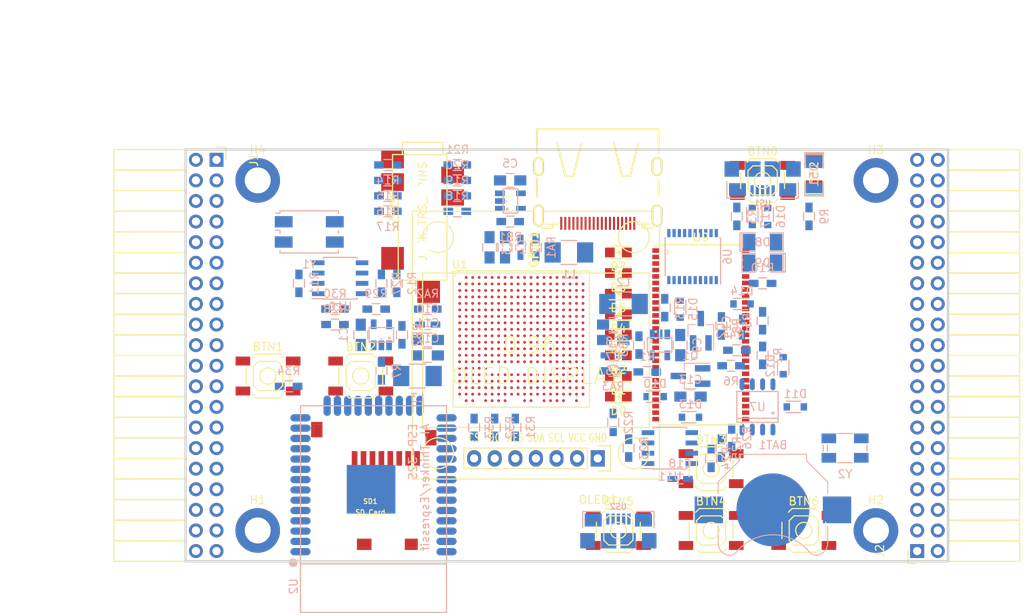
<source format=kicad_pcb>
(kicad_pcb (version 4) (host pcbnew 4.0.5+dfsg1-4)
  (layers (0 F.Cu signal) (1 In1.Cu signal) (2 In2.Cu signal) (31 B.Cu signal) (34 B.Paste user) (35 F.Paste user) (36 B.SilkS user) (37 F.SilkS user) (38 B.Mask user) (39 F.Mask user) (44 Edge.Cuts user))
  (net 0 "")
  (net 1 GND)
  (net 2 +5V)
  (net 3 /gpio/IN5V)
  (net 4 /gpio/OUT5V)
  (net 5 +3V3)
  (net 6 "Net-(L1-Pad1)")
  (net 7 "Net-(L2-Pad1)")
  (net 8 +1V2)
  (net 9 BTN_D)
  (net 10 BTN_F1)
  (net 11 BTN_F2)
  (net 12 BTN_L)
  (net 13 BTN_R)
  (net 14 BTN_U)
  (net 15 /power/FB1)
  (net 16 +2V5)
  (net 17 "Net-(L3-Pad1)")
  (net 18 /power/PWREN)
  (net 19 /power/FB3)
  (net 20 /power/FB2)
  (net 21 "Net-(D9-Pad1)")
  (net 22 /power/VBAT)
  (net 23 SD_3)
  (net 24 JTAG_TDI)
  (net 25 JTAG_TCK)
  (net 26 JTAG_TMS)
  (net 27 JTAG_TDO)
  (net 28 /power/WAKEUPn)
  (net 29 /power/WKUP)
  (net 30 /power/SHUT)
  (net 31 /power/WAKE)
  (net 32 /power/HOLD)
  (net 33 /power/WKn)
  (net 34 /power/OSCI_32k)
  (net 35 /power/OSCO_32k)
  (net 36 FTDI_nSUSPEND)
  (net 37 USB_FTDI_DM)
  (net 38 USB_FTDI_DP)
  (net 39 "Net-(Q2-Pad3)")
  (net 40 SHUTDOWN)
  (net 41 /analog/AUDIO_L)
  (net 42 /analog/AUDIO_R)
  (net 43 GPDI_5V_SCL)
  (net 44 GPDI_5V_SDA)
  (net 45 GPDI_SDA)
  (net 46 GPDI_SCL)
  (net 47 /gpdi/VREF2)
  (net 48 /blinkey/BTNPU)
  (net 49 SD_CMD)
  (net 50 SD_CLK)
  (net 51 SD_D0)
  (net 52 SD_D1)
  (net 53 USB5V)
  (net 54 /gpio/B11)
  (net 55 /gpio/C11)
  (net 56 /gpio/A10)
  (net 57 /gpio/A11)
  (net 58 /gpio/B10)
  (net 59 /gpio/A9)
  (net 60 /gpio/C10)
  (net 61 /gpio/B9)
  (net 62 /gpio/E9)
  (net 63 /gpio/D9)
  (net 64 /gpio/A8)
  (net 65 /gpio/A7)
  (net 66 /gpio/B8)
  (net 67 /gpio/C8)
  (net 68 /gpio/D8)
  (net 69 /gpio/E8)
  (net 70 /gpio/C7)
  (net 71 /gpio/C6)
  (net 72 /gpio/D7)
  (net 73 /gpio/E7)
  (net 74 /gpio/D6)
  (net 75 /gpio/E6)
  (net 76 /gpio/B6)
  (net 77 /gpio/A6)
  (net 78 /gpio/A19)
  (net 79 /gpio/B20)
  (net 80 /gpio/A18)
  (net 81 /gpio/B19)
  (net 82 /gpio/A17)
  (net 83 /gpio/B18)
  (net 84 /gpio/B17)
  (net 85 /gpio/C17)
  (net 86 /gpio/C16)
  (net 87 /gpio/D16)
  (net 88 /gpio/A16)
  (net 89 /gpio/B16)
  (net 90 /gpio/D15)
  (net 91 /gpio/E15)
  (net 92 /gpio/B15)
  (net 93 /gpio/C15)
  (net 94 /gpio/D14)
  (net 95 /gpio/E14)
  (net 96 /gpio/A14)
  (net 97 /gpio/C14)
  (net 98 /gpio/D13)
  (net 99 /gpio/E13)
  (net 100 /gpio/B13)
  (net 101 /gpio/C13)
  (net 102 /gpio/A12)
  (net 103 /gpio/A13)
  (net 104 /gpio/D12)
  (net 105 /gpio/E12)
  (net 106 /gpio/B12)
  (net 107 /gpio/C12)
  (net 108 /gpio/D11)
  (net 109 /gpio/E11)
  (net 110 "Net-(BTN0-Pad1)")
  (net 111 LED0)
  (net 112 LED1)
  (net 113 LED2)
  (net 114 LED3)
  (net 115 LED4)
  (net 116 LED5)
  (net 117 LED6)
  (net 118 LED7)
  (net 119 BTN_PWRn)
  (net 120 GPDI_ETH_N)
  (net 121 GPDI_ETH_P)
  (net 122 GPDI_D2_P)
  (net 123 GPDI_D2_N)
  (net 124 GPDI_D1_P)
  (net 125 GPDI_D1_N)
  (net 126 GPDI_D0_P)
  (net 127 GPDI_D0_N)
  (net 128 GPDI_CLK_P)
  (net 129 GPDI_CLK_N)
  (net 130 GPDI_CEC)
  (net 131 nRESET)
  (net 132 /usb/FT3V3)
  (net 133 FTDI_nDTR)
  (net 134 SDRAM_CKE)
  (net 135 SDRAM_A7)
  (net 136 SDRAM_D15)
  (net 137 SDRAM_BA1)
  (net 138 SDRAM_D7)
  (net 139 SDRAM_A6)
  (net 140 SDRAM_CLK)
  (net 141 SDRAM_D13)
  (net 142 SDRAM_BA0)
  (net 143 SDRAM_D6)
  (net 144 SDRAM_A5)
  (net 145 SDRAM_D14)
  (net 146 SDRAM_A11)
  (net 147 SDRAM_D12)
  (net 148 SDRAM_D5)
  (net 149 SDRAM_A4)
  (net 150 SDRAM_A10)
  (net 151 SDRAM_D11)
  (net 152 SDRAM_A3)
  (net 153 SDRAM_D4)
  (net 154 SDRAM_D10)
  (net 155 SDRAM_D9)
  (net 156 SDRAM_A9)
  (net 157 SDRAM_D3)
  (net 158 SDRAM_D8)
  (net 159 SDRAM_A8)
  (net 160 SDRAM_A2)
  (net 161 SDRAM_A1)
  (net 162 SDRAM_A0)
  (net 163 SDRAM_D2)
  (net 164 SDRAM_D1)
  (net 165 SDRAM_D0)
  (net 166 SDRAM_DQM0)
  (net 167 SDRAM_nCS)
  (net 168 SDRAM_nRAS)
  (net 169 SDRAM_DQM1)
  (net 170 SDRAM_nCAS)
  (net 171 SDRAM_nWE)
  (net 172 /flash/FLASH_nWP)
  (net 173 /flash/FLASH_nHOLD)
  (net 174 /flash/FLASH_MOSI)
  (net 175 /flash/FLASH_MISO)
  (net 176 /flash/FLASH_SCK)
  (net 177 /flash/FLASH_nCS)
  (net 178 /flash/FPGA_PROGRAMN)
  (net 179 /flash/FPGA_DONE)
  (net 180 /flash/FPGA_INITN)
  (net 181 OLED_MOSI)
  (net 182 OLED_RES)
  (net 183 OLED_DC)
  (net 184 OLED_CS)
  (net 185 AUDIO_L3)
  (net 186 AUDIO_L2)
  (net 187 AUDIO_L1)
  (net 188 AUDIO_L0)
  (net 189 AUDIO_R3)
  (net 190 AUDIO_R2)
  (net 191 AUDIO_R1)
  (net 192 AUDIO_R0)
  (net 193 WIFI_EN)
  (net 194 FTDI_nRTS)
  (net 195 WIFI_GPIO2)
  (net 196 FTDI_TXD)
  (net 197 FTDI_RXD)
  (net 198 WIFI_RXD)
  (net 199 WIFI_GPIO0)
  (net 200 FTDI_nCTS)
  (net 201 WIFI_TXD)
  (net 202 FTDI_nRI)
  (net 203 FTDI_nDCD)
  (net 204 WIFI_GPIO15)
  (net 205 /gpdi/CLK_25MHz)
  (module Keystone_3000_1x12mm-CoinCell:Keystone_3000_1x12mm-CoinCell (layer B.Cu) (at 166.49 105.87 180)
    (fp_text reference BAT1 (at 0 8 180) (layer B.SilkS) (effects (justify mirror)))
    (fp_text value CR1225)
    (pad 1 smd rect (at -7.9 0 180) (size 3.5 3.3) (layers B.Cu B.Paste B.Mask) (net 22 /power/VBAT))
    (pad 1 smd rect (at 7.9 0 180) (size 3.5 3.3) (layers B.Cu B.Paste B.Mask) (net 22 /power/VBAT))
    (pad 2 smd circle (at 0 0 180) (size 9 9) (layers B.Cu B.Mask) (net 1 GND))
  )
  (module SMD_Packages:SMD-1206_Pol (layer F.Cu) (at 171.57 64.341 90)
    (fp_text reference D52 (at 0 0 90) (layer F.SilkS))
    (fp_text value 2A)
    (pad 1 smd rect (at -1.651 0 90) (size 1.524 2.032) (layers F.Cu F.Paste F.Mask) (net 4 /gpio/OUT5V))
    (pad 2 smd rect (at 1.651 0 90) (size 1.524 2.032) (layers F.Cu F.Paste F.Mask) (net 2 +5V))
  )
  (module SMD_Packages:SMD-1206_Pol (layer B.Cu) (at 171.57 64.595 270)
    (fp_text reference D51 (at 0 0 270) (layer B.SilkS) (effects (justify mirror)))
    (fp_text value 2A)
    (pad 1 smd rect (at -1.651 0 270) (size 1.524 2.032) (layers B.Cu B.Paste B.Mask) (net 2 +5V))
    (pad 2 smd rect (at 1.651 0 270) (size 1.524 2.032) (layers B.Cu B.Paste B.Mask) (net 3 /gpio/IN5V))
  )
  (module micro-sd:MicroSD_TF02D (layer F.Cu) (at 116.87 110.52 180)
    (fp_text reference SD1 (at 0 5.7 180) (layer F.SilkS) (effects (font (size 0.59944 0.59944) (thickness 0.12446))))
    (fp_text value SD_Card (at 0 4.35 180) (layer F.SilkS) (effects (font (size 0.59944 0.59944) (thickness 0.12446))))
    (pad 1 smd rect (at 1.94 11 180) (size 0.7 1.8) (layers F.Cu F.Paste F.Mask) (net 23 SD_3))
    (pad 2 smd rect (at 0.84 11 180) (size 0.7 1.8) (layers F.Cu F.Paste F.Mask) (net 49 SD_CMD))
    (pad 3 smd rect (at -0.26 11 180) (size 0.7 1.8) (layers F.Cu F.Paste F.Mask) (net 1 GND))
    (pad 4 smd rect (at -1.36 11 180) (size 0.7 1.8) (layers F.Cu F.Paste F.Mask) (net 5 +3V3))
    (pad 5 smd rect (at -2.46 11 180) (size 0.7 1.8) (layers F.Cu F.Paste F.Mask) (net 50 SD_CLK))
    (pad 6 smd rect (at -3.56 11 180) (size 0.7 1.8) (layers F.Cu F.Paste F.Mask) (net 1 GND))
    (pad 7 smd rect (at -4.66 11 180) (size 0.7 1.8) (layers F.Cu F.Paste F.Mask) (net 51 SD_D0))
    (pad 8 smd rect (at -5.76 11 180) (size 0.7 1.8) (layers F.Cu F.Paste F.Mask) (net 52 SD_D1))
    (pad S smd rect (at -5.05 0.4 180) (size 1.6 1.4) (layers F.Cu F.Paste F.Mask))
    (pad S smd rect (at 0.75 0.4 180) (size 1.8 1.4) (layers F.Cu F.Paste F.Mask))
    (pad G smd rect (at -7.45 13.55 180) (size 1.4 1.9) (layers F.Cu F.Paste F.Mask))
    (pad G smd rect (at 6.6 14.55 180) (size 1.4 1.9) (layers F.Cu F.Paste F.Mask))
  )
  (module Resistors_SMD:R_1210_HandSoldering (layer B.Cu) (at 141.344 74.12)
    (fp_text reference L1 (at 0 2.7) (layer B.SilkS) (effects (justify mirror)))
    (fp_text value 2.2uH)
    (pad 1 smd rect (at -2 0) (size 2 2.5) (layers B.Cu B.Paste B.Mask) (net 6 "Net-(L1-Pad1)"))
    (pad 2 smd rect (at 2 0) (size 2 2.5) (layers B.Cu B.Paste B.Mask) (net 8 +1V2))
  )
  (module TSOT-25:TSOT-25 (layer B.Cu) (at 134.135 67.77 90)
    (fp_text reference U3 (at 0 -0.5 90) (layer B.SilkS) (effects (font (size 0.15 0.15) (thickness 0.0375)) (justify mirror)))
    (fp_text value AP3429A)
    (pad 1 smd rect (at -0.95 -1.3 90) (size 0.7 1.2) (layers B.Cu B.Paste B.Mask) (net 18 /power/PWREN))
    (pad 2 smd rect (at 0 -1.3 90) (size 0.7 1.2) (layers B.Cu B.Paste B.Mask) (net 1 GND))
    (pad 3 smd rect (at 0.95 -1.3 90) (size 0.7 1.2) (layers B.Cu B.Paste B.Mask) (net 6 "Net-(L1-Pad1)"))
    (pad 4 smd rect (at 0.95 1.3 90) (size 0.7 1.2) (layers B.Cu B.Paste B.Mask) (net 2 +5V))
    (pad 5 smd rect (at -0.95 1.3 90) (size 0.7 1.2) (layers B.Cu B.Paste B.Mask) (net 15 /power/FB1))
  )
  (module Resistors_SMD:R_1210_HandSoldering (layer B.Cu) (at 148.075 80.47 180)
    (fp_text reference L2 (at 0 2.7 180) (layer B.SilkS) (effects (justify mirror)))
    (fp_text value 2.2uH)
    (pad 1 smd rect (at -2 0 180) (size 2 2.5) (layers B.Cu B.Paste B.Mask) (net 7 "Net-(L2-Pad1)"))
    (pad 2 smd rect (at 2 0 180) (size 2 2.5) (layers B.Cu B.Paste B.Mask) (net 5 +3V3))
  )
  (module TSOT-25:TSOT-25 (layer B.Cu) (at 152.52 85.52)
    (fp_text reference U4 (at 0 -0.5) (layer B.SilkS) (effects (font (size 0.15 0.15) (thickness 0.0375)) (justify mirror)))
    (fp_text value AP3429A)
    (pad 1 smd rect (at -0.95 -1.3) (size 0.7 1.2) (layers B.Cu B.Paste B.Mask) (net 18 /power/PWREN))
    (pad 2 smd rect (at 0 -1.3) (size 0.7 1.2) (layers B.Cu B.Paste B.Mask) (net 1 GND))
    (pad 3 smd rect (at 0.95 -1.3) (size 0.7 1.2) (layers B.Cu B.Paste B.Mask) (net 7 "Net-(L2-Pad1)"))
    (pad 4 smd rect (at 0.95 1.3) (size 0.7 1.2) (layers B.Cu B.Paste B.Mask) (net 2 +5V))
    (pad 5 smd rect (at -0.95 1.3) (size 0.7 1.2) (layers B.Cu B.Paste B.Mask) (net 19 /power/FB3))
  )
  (module Buttons_Switches_SMD:SW_SPST_SKQG (layer F.Cu) (at 104.26 89.36)
    (fp_text reference BTN1 (at 0 -3.6) (layer F.SilkS))
    (fp_text value FIRE1)
    (pad 1 smd rect (at -3.1 -1.85) (size 1.8 1.1) (layers F.Cu F.Paste F.Mask) (net 48 /blinkey/BTNPU))
    (pad 1 smd rect (at 3.1 -1.85) (size 1.8 1.1) (layers F.Cu F.Paste F.Mask) (net 48 /blinkey/BTNPU))
    (pad 2 smd rect (at -3.1 1.85) (size 1.8 1.1) (layers F.Cu F.Paste F.Mask) (net 10 BTN_F1))
    (pad 2 smd rect (at 3.1 1.85) (size 1.8 1.1) (layers F.Cu F.Paste F.Mask) (net 10 BTN_F1))
  )
  (module Buttons_Switches_SMD:SW_SPST_SKQG (layer F.Cu) (at 115.69 89.36)
    (fp_text reference BTN2 (at 0 -3.6) (layer F.SilkS))
    (fp_text value FIRE2)
    (pad 1 smd rect (at -3.1 -1.85) (size 1.8 1.1) (layers F.Cu F.Paste F.Mask) (net 48 /blinkey/BTNPU))
    (pad 1 smd rect (at 3.1 -1.85) (size 1.8 1.1) (layers F.Cu F.Paste F.Mask) (net 48 /blinkey/BTNPU))
    (pad 2 smd rect (at -3.1 1.85) (size 1.8 1.1) (layers F.Cu F.Paste F.Mask) (net 11 BTN_F2))
    (pad 2 smd rect (at 3.1 1.85) (size 1.8 1.1) (layers F.Cu F.Paste F.Mask) (net 11 BTN_F2))
  )
  (module Buttons_Switches_SMD:SW_SPST_SKQG (layer F.Cu) (at 158.87 100.79)
    (fp_text reference BTN3 (at 0 -3.6) (layer F.SilkS))
    (fp_text value UP)
    (pad 1 smd rect (at -3.1 -1.85) (size 1.8 1.1) (layers F.Cu F.Paste F.Mask) (net 48 /blinkey/BTNPU))
    (pad 1 smd rect (at 3.1 -1.85) (size 1.8 1.1) (layers F.Cu F.Paste F.Mask) (net 48 /blinkey/BTNPU))
    (pad 2 smd rect (at -3.1 1.85) (size 1.8 1.1) (layers F.Cu F.Paste F.Mask) (net 14 BTN_U))
    (pad 2 smd rect (at 3.1 1.85) (size 1.8 1.1) (layers F.Cu F.Paste F.Mask) (net 14 BTN_U))
  )
  (module Buttons_Switches_SMD:SW_SPST_SKQG (layer F.Cu) (at 158.87 108.41)
    (fp_text reference BTN4 (at 0 -3.6) (layer F.SilkS))
    (fp_text value DOWN)
    (pad 1 smd rect (at -3.1 -1.85) (size 1.8 1.1) (layers F.Cu F.Paste F.Mask) (net 48 /blinkey/BTNPU))
    (pad 1 smd rect (at 3.1 -1.85) (size 1.8 1.1) (layers F.Cu F.Paste F.Mask) (net 48 /blinkey/BTNPU))
    (pad 2 smd rect (at -3.1 1.85) (size 1.8 1.1) (layers F.Cu F.Paste F.Mask) (net 9 BTN_D))
    (pad 2 smd rect (at 3.1 1.85) (size 1.8 1.1) (layers F.Cu F.Paste F.Mask) (net 9 BTN_D))
  )
  (module Buttons_Switches_SMD:SW_SPST_SKQG (layer F.Cu) (at 147.44 108.41)
    (fp_text reference BTN5 (at 0 -3.6) (layer F.SilkS))
    (fp_text value LEFT)
    (pad 1 smd rect (at -3.1 -1.85) (size 1.8 1.1) (layers F.Cu F.Paste F.Mask) (net 48 /blinkey/BTNPU))
    (pad 1 smd rect (at 3.1 -1.85) (size 1.8 1.1) (layers F.Cu F.Paste F.Mask) (net 48 /blinkey/BTNPU))
    (pad 2 smd rect (at -3.1 1.85) (size 1.8 1.1) (layers F.Cu F.Paste F.Mask) (net 12 BTN_L))
    (pad 2 smd rect (at 3.1 1.85) (size 1.8 1.1) (layers F.Cu F.Paste F.Mask) (net 12 BTN_L))
  )
  (module Buttons_Switches_SMD:SW_SPST_SKQG (layer F.Cu) (at 170.3 108.41)
    (fp_text reference BTN6 (at 0 -3.6) (layer F.SilkS))
    (fp_text value RIGHT)
    (pad 1 smd rect (at -3.1 -1.85) (size 1.8 1.1) (layers F.Cu F.Paste F.Mask) (net 48 /blinkey/BTNPU))
    (pad 1 smd rect (at 3.1 -1.85) (size 1.8 1.1) (layers F.Cu F.Paste F.Mask) (net 48 /blinkey/BTNPU))
    (pad 2 smd rect (at -3.1 1.85) (size 1.8 1.1) (layers F.Cu F.Paste F.Mask) (net 13 BTN_R))
    (pad 2 smd rect (at 3.1 1.85) (size 1.8 1.1) (layers F.Cu F.Paste F.Mask) (net 13 BTN_R))
  )
  (module LEDs:LED_0805 (layer F.Cu) (at 147.44 91.9 180)
    (fp_text reference D0 (at 0 -1.75 180) (layer F.SilkS))
    (fp_text value LED)
    (pad 2 smd rect (at 1.04902 0) (size 1.19888 1.19888) (layers F.Cu F.Paste F.Mask) (net 111 LED0))
    (pad 1 smd rect (at -1.04902 0) (size 1.19888 1.19888) (layers F.Cu F.Paste F.Mask) (net 1 GND))
  )
  (module LEDs:LED_0805 (layer F.Cu) (at 147.44 89.36 180)
    (fp_text reference D1 (at 0 -1.75 180) (layer F.SilkS))
    (fp_text value LED)
    (pad 2 smd rect (at 1.04902 0) (size 1.19888 1.19888) (layers F.Cu F.Paste F.Mask) (net 112 LED1))
    (pad 1 smd rect (at -1.04902 0) (size 1.19888 1.19888) (layers F.Cu F.Paste F.Mask) (net 1 GND))
  )
  (module LEDs:LED_0805 (layer F.Cu) (at 147.44 86.82 180)
    (fp_text reference D2 (at 0 -1.75 180) (layer F.SilkS))
    (fp_text value LED)
    (pad 2 smd rect (at 1.04902 0) (size 1.19888 1.19888) (layers F.Cu F.Paste F.Mask) (net 113 LED2))
    (pad 1 smd rect (at -1.04902 0) (size 1.19888 1.19888) (layers F.Cu F.Paste F.Mask) (net 1 GND))
  )
  (module LEDs:LED_0805 (layer F.Cu) (at 147.44 84.28 180)
    (fp_text reference D3 (at 0 -1.75 180) (layer F.SilkS))
    (fp_text value LED)
    (pad 2 smd rect (at 1.04902 0) (size 1.19888 1.19888) (layers F.Cu F.Paste F.Mask) (net 114 LED3))
    (pad 1 smd rect (at -1.04902 0) (size 1.19888 1.19888) (layers F.Cu F.Paste F.Mask) (net 1 GND))
  )
  (module LEDs:LED_0805 (layer F.Cu) (at 147.44 81.74 180)
    (fp_text reference D4 (at 0 -1.75 180) (layer F.SilkS))
    (fp_text value LED)
    (pad 2 smd rect (at 1.04902 0) (size 1.19888 1.19888) (layers F.Cu F.Paste F.Mask) (net 115 LED4))
    (pad 1 smd rect (at -1.04902 0) (size 1.19888 1.19888) (layers F.Cu F.Paste F.Mask) (net 1 GND))
  )
  (module LEDs:LED_0805 (layer F.Cu) (at 147.44 79.2 180)
    (fp_text reference D5 (at 0 -1.75 180) (layer F.SilkS))
    (fp_text value LED)
    (pad 2 smd rect (at 1.04902 0) (size 1.19888 1.19888) (layers F.Cu F.Paste F.Mask) (net 116 LED5))
    (pad 1 smd rect (at -1.04902 0) (size 1.19888 1.19888) (layers F.Cu F.Paste F.Mask) (net 1 GND))
  )
  (module LEDs:LED_0805 (layer F.Cu) (at 147.44 76.66 180)
    (fp_text reference D6 (at 0 -1.75 180) (layer F.SilkS))
    (fp_text value LED)
    (pad 2 smd rect (at 1.04902 0) (size 1.19888 1.19888) (layers F.Cu F.Paste F.Mask) (net 117 LED6))
    (pad 1 smd rect (at -1.04902 0) (size 1.19888 1.19888) (layers F.Cu F.Paste F.Mask) (net 1 GND))
  )
  (module LEDs:LED_0805 (layer F.Cu) (at 147.44 74.12 180)
    (fp_text reference D7 (at 0 -1.75 180) (layer F.SilkS))
    (fp_text value LED)
    (pad 2 smd rect (at 1.04902 0) (size 1.19888 1.19888) (layers F.Cu F.Paste F.Mask) (net 118 LED7))
    (pad 1 smd rect (at -1.04902 0) (size 1.19888 1.19888) (layers F.Cu F.Paste F.Mask) (net 1 GND))
  )
  (module Resistors_SMD:R_1210_HandSoldering (layer B.Cu) (at 122.675 89.36)
    (fp_text reference L3 (at 0 2.7) (layer B.SilkS) (effects (justify mirror)))
    (fp_text value 2.2uH)
    (pad 1 smd rect (at -2 0) (size 2 2.5) (layers B.Cu B.Paste B.Mask) (net 17 "Net-(L3-Pad1)"))
    (pad 2 smd rect (at 2 0) (size 2 2.5) (layers B.Cu B.Paste B.Mask) (net 16 +2V5))
  )
  (module TSOT-25:TSOT-25 (layer B.Cu) (at 118.23 84.28 180)
    (fp_text reference U5 (at 0 -0.5 180) (layer B.SilkS) (effects (font (size 0.15 0.15) (thickness 0.0375)) (justify mirror)))
    (fp_text value AP3429A)
    (pad 1 smd rect (at -0.95 -1.3 180) (size 0.7 1.2) (layers B.Cu B.Paste B.Mask) (net 18 /power/PWREN))
    (pad 2 smd rect (at 0 -1.3 180) (size 0.7 1.2) (layers B.Cu B.Paste B.Mask) (net 1 GND))
    (pad 3 smd rect (at 0.95 -1.3 180) (size 0.7 1.2) (layers B.Cu B.Paste B.Mask) (net 17 "Net-(L3-Pad1)"))
    (pad 4 smd rect (at 0.95 1.3 180) (size 0.7 1.2) (layers B.Cu B.Paste B.Mask) (net 2 +5V))
    (pad 5 smd rect (at -0.95 1.3 180) (size 0.7 1.2) (layers B.Cu B.Paste B.Mask) (net 20 /power/FB2))
  )
  (module Capacitors_SMD:C_0805_HandSoldering (layer B.Cu) (at 115.69 84.28 270)
    (fp_text reference C1 (at 0 2.1 270) (layer B.SilkS) (effects (justify mirror)))
    (fp_text value 22uF)
    (pad 1 smd rect (at -1.25 0 270) (size 1.5 1.25) (layers B.Cu B.Paste B.Mask) (net 2 +5V))
    (pad 2 smd rect (at 1.25 0 270) (size 1.5 1.25) (layers B.Cu B.Paste B.Mask) (net 1 GND))
  )
  (module Capacitors_SMD:C_0805_HandSoldering (layer B.Cu) (at 131.565 73.485 90)
    (fp_text reference C3 (at 0 2.1 90) (layer B.SilkS) (effects (justify mirror)))
    (fp_text value 22uF)
    (pad 1 smd rect (at -1.25 0 90) (size 1.5 1.25) (layers B.Cu B.Paste B.Mask) (net 8 +1V2))
    (pad 2 smd rect (at 1.25 0 90) (size 1.5 1.25) (layers B.Cu B.Paste B.Mask) (net 1 GND))
  )
  (module Capacitors_SMD:C_0805_HandSoldering (layer B.Cu) (at 133.47 73.485 90)
    (fp_text reference C4 (at 0 2.1 90) (layer B.SilkS) (effects (justify mirror)))
    (fp_text value 22uF)
    (pad 1 smd rect (at -1.25 0 90) (size 1.5 1.25) (layers B.Cu B.Paste B.Mask) (net 8 +1V2))
    (pad 2 smd rect (at 1.25 0 90) (size 1.5 1.25) (layers B.Cu B.Paste B.Mask) (net 1 GND))
  )
  (module Capacitors_SMD:C_0805_HandSoldering (layer B.Cu) (at 134.105 65.23 180)
    (fp_text reference C5 (at 0 2.1 180) (layer B.SilkS) (effects (justify mirror)))
    (fp_text value 22uF)
    (pad 1 smd rect (at -1.25 0 180) (size 1.5 1.25) (layers B.Cu B.Paste B.Mask) (net 2 +5V))
    (pad 2 smd rect (at 1.25 0 180) (size 1.5 1.25) (layers B.Cu B.Paste B.Mask) (net 1 GND))
  )
  (module Capacitors_SMD:C_0805_HandSoldering (layer B.Cu) (at 146.805 84.915)
    (fp_text reference C7 (at 0 2.1) (layer B.SilkS) (effects (justify mirror)))
    (fp_text value 22uF)
    (pad 1 smd rect (at -1.25 0) (size 1.5 1.25) (layers B.Cu B.Paste B.Mask) (net 5 +3V3))
    (pad 2 smd rect (at 1.25 0) (size 1.5 1.25) (layers B.Cu B.Paste B.Mask) (net 1 GND))
  )
  (module Capacitors_SMD:C_0805_HandSoldering (layer B.Cu) (at 146.805 83.01)
    (fp_text reference C8 (at 0 2.1) (layer B.SilkS) (effects (justify mirror)))
    (fp_text value 22uF)
    (pad 1 smd rect (at -1.25 0) (size 1.5 1.25) (layers B.Cu B.Paste B.Mask) (net 5 +3V3))
    (pad 2 smd rect (at 1.25 0) (size 1.5 1.25) (layers B.Cu B.Paste B.Mask) (net 1 GND))
  )
  (module Capacitors_SMD:C_0805_HandSoldering (layer B.Cu) (at 155.06 85.55 90)
    (fp_text reference C9 (at 0 2.1 90) (layer B.SilkS) (effects (justify mirror)))
    (fp_text value 22uF)
    (pad 1 smd rect (at -1.25 0 90) (size 1.5 1.25) (layers B.Cu B.Paste B.Mask) (net 2 +5V))
    (pad 2 smd rect (at 1.25 0 90) (size 1.5 1.25) (layers B.Cu B.Paste B.Mask) (net 1 GND))
  )
  (module Capacitors_SMD:C_0805_HandSoldering (layer B.Cu) (at 123.945 84.915 180)
    (fp_text reference C11 (at 0 2.1 180) (layer B.SilkS) (effects (justify mirror)))
    (fp_text value 22uF)
    (pad 1 smd rect (at -1.25 0 180) (size 1.5 1.25) (layers B.Cu B.Paste B.Mask) (net 16 +2V5))
    (pad 2 smd rect (at 1.25 0 180) (size 1.5 1.25) (layers B.Cu B.Paste B.Mask) (net 1 GND))
  )
  (module Capacitors_SMD:C_0805_HandSoldering (layer B.Cu) (at 123.945 86.82 180)
    (fp_text reference C12 (at 0 2.1 180) (layer B.SilkS) (effects (justify mirror)))
    (fp_text value 22uF)
    (pad 1 smd rect (at -1.25 0 180) (size 1.5 1.25) (layers B.Cu B.Paste B.Mask) (net 16 +2V5))
    (pad 2 smd rect (at 1.25 0 180) (size 1.5 1.25) (layers B.Cu B.Paste B.Mask) (net 1 GND))
  )
  (module SMD_Packages:SMD-1206_Pol (layer B.Cu) (at 165.22 72.85)
    (fp_text reference D8 (at 0 0) (layer B.SilkS) (effects (justify mirror)))
    (fp_text value 2A)
    (pad 1 smd rect (at -1.651 0) (size 1.524 2.032) (layers B.Cu B.Paste B.Mask) (net 2 +5V))
    (pad 2 smd rect (at 1.651 0) (size 1.524 2.032) (layers B.Cu B.Paste B.Mask) (net 53 USB5V))
  )
  (module SMD_Packages:SMD-1206_Pol (layer B.Cu) (at 165.22 75.39 180)
    (fp_text reference D9 (at 0 0 180) (layer B.SilkS) (effects (justify mirror)))
    (fp_text value 2A)
    (pad 1 smd rect (at -1.651 0 180) (size 1.524 2.032) (layers B.Cu B.Paste B.Mask) (net 21 "Net-(D9-Pad1)"))
    (pad 2 smd rect (at 1.651 0 180) (size 1.524 2.032) (layers B.Cu B.Paste B.Mask) (net 2 +5V))
  )
  (module Power_Integrations:SO-8 (layer B.Cu) (at 164.585 93.17 180)
    (fp_text reference U7 (at 0 0 180) (layer B.SilkS) (effects (justify mirror)))
    (fp_text value PCF8523)
    (pad 1 smd oval (at -1.905 -2.794 180) (size 0.6096 1.4732) (layers B.Cu B.Paste B.Mask) (net 34 /power/OSCI_32k))
    (pad 2 smd oval (at -0.635 -2.794 180) (size 0.6096 1.4732) (layers B.Cu B.Paste B.Mask) (net 35 /power/OSCO_32k))
    (pad 3 smd oval (at 0.635 -2.794 180) (size 0.6096 1.4732) (layers B.Cu B.Paste B.Mask) (net 22 /power/VBAT))
    (pad 4 smd oval (at 1.905 -2.794 180) (size 0.6096 1.4732) (layers B.Cu B.Paste B.Mask) (net 1 GND))
    (pad 5 smd oval (at 1.905 2.794 180) (size 0.6096 1.4732) (layers B.Cu B.Paste B.Mask))
    (pad 6 smd oval (at 0.635 2.794 180) (size 0.6096 1.4732) (layers B.Cu B.Paste B.Mask))
    (pad 7 smd oval (at -0.635 2.794 180) (size 0.6096 1.4732) (layers B.Cu B.Paste B.Mask) (net 28 /power/WAKEUPn))
    (pad 8 smd oval (at -1.905 2.794 180) (size 0.6096 1.4732) (layers B.Cu B.Paste B.Mask) (net 16 +2V5))
  )
  (module Capacitors_SMD:C_0805_HandSoldering (layer B.Cu) (at 156.33 91.9 180)
    (fp_text reference C13 (at 0 2.1 180) (layer B.SilkS) (effects (justify mirror)))
    (fp_text value 2.2uF)
    (pad 1 smd rect (at -1.25 0 180) (size 1.5 1.25) (layers B.Cu B.Paste B.Mask) (net 2 +5V))
    (pad 2 smd rect (at 1.25 0 180) (size 1.5 1.25) (layers B.Cu B.Paste B.Mask) (net 29 /power/WKUP))
  )
  (module Diodes_SMD:D_0805 (layer B.Cu) (at 151.978 91.9)
    (fp_text reference D10 (at 0 -1.6) (layer B.SilkS) (effects (justify mirror)))
    (fp_text value 1N4148)
    (pad 1 smd rect (at -1.05 0) (size 0.8 0.9) (layers B.Cu B.Paste B.Mask) (net 31 /power/WAKE))
    (pad 2 smd rect (at 1.05 0) (size 0.8 0.9) (layers B.Cu B.Paste B.Mask) (net 29 /power/WKUP))
  )
  (module Diodes_SMD:D_0805 (layer B.Cu) (at 169.25 93.17)
    (fp_text reference D11 (at 0 -1.6) (layer B.SilkS) (effects (justify mirror)))
    (fp_text value 1N4148)
    (pad 1 smd rect (at -1.05 0) (size 0.8 0.9) (layers B.Cu B.Paste B.Mask) (net 32 /power/HOLD))
    (pad 2 smd rect (at 1.05 0) (size 0.8 0.9) (layers B.Cu B.Paste B.Mask) (net 5 +3V3))
  )
  (module Diodes_SMD:D_0805 (layer B.Cu) (at 155.06 81.105 270)
    (fp_text reference D15 (at 0 -1.6 270) (layer B.SilkS) (effects (justify mirror)))
    (fp_text value BAT42)
    (pad 1 smd rect (at -1.05 0 270) (size 0.8 0.9) (layers B.Cu B.Paste B.Mask) (net 30 /power/SHUT))
    (pad 2 smd rect (at 1.05 0 270) (size 0.8 0.9) (layers B.Cu B.Paste B.Mask) (net 40 SHUTDOWN))
  )
  (module Diodes_SMD:D_0805 (layer B.Cu) (at 167.76 88.09 90)
    (fp_text reference D12 (at 0 -1.6 90) (layer B.SilkS) (effects (justify mirror)))
    (fp_text value 1N4148)
    (pad 1 smd rect (at -1.05 0 90) (size 0.8 0.9) (layers B.Cu B.Paste B.Mask) (net 18 /power/PWREN))
    (pad 2 smd rect (at 1.05 0 90) (size 0.8 0.9) (layers B.Cu B.Paste B.Mask) (net 36 FTDI_nSUSPEND))
  )
  (module usb_otg:USB-MICRO-B-FCI-10118192-0001LF (layer B.Cu) (at 165.22 63.825)
    (fp_text reference US1 (at 0 4.2) (layer B.SilkS) (effects (font (size 0.7 0.7)) (justify mirror)))
    (fp_text value USB_FTDI hide)
    (pad 6 smd rect (at -3.1 2.55) (size 2.1 1.6) (layers B.Cu B.Paste B.Mask) (net 1 GND))
    (pad 6 smd rect (at 3.1 2.55) (size 2.1 1.6) (layers B.Cu B.Paste B.Mask) (net 1 GND))
    (pad "" smd rect (at -1.2 0) (size 1.9 1.9) (layers B.Cu B.Paste B.Mask))
    (pad "" smd rect (at 1.2 0) (size 1.9 1.9) (layers B.Cu B.Paste B.Mask))
    (pad 1 smd rect (at -1.3 2.675) (size 0.4 1.35) (layers B.Cu B.Paste B.Mask) (net 53 USB5V))
    (pad 2 smd rect (at -0.65 2.675) (size 0.4 1.35) (layers B.Cu B.Paste B.Mask) (net 37 USB_FTDI_DM))
    (pad 3 smd rect (at 0 2.675) (size 0.4 1.35) (layers B.Cu B.Paste B.Mask) (net 38 USB_FTDI_DP))
    (pad 4 smd rect (at 0.65 2.675) (size 0.4 1.35) (layers B.Cu B.Paste B.Mask))
    (pad 5 smd rect (at 1.3 2.675) (size 0.4 1.35) (layers B.Cu B.Paste B.Mask) (net 1 GND))
    (pad "" smd rect (at -3.8 0) (size 1.8 1.9) (layers B.Cu B.Paste B.Mask))
    (pad "" smd rect (at 3.8 0) (size 1.8 1.9) (layers B.Cu B.Paste B.Mask))
  )
  (module usb_otg:USB-MICRO-B-FCI-10118192-0001LF (layer B.Cu) (at 147.44 109.68 180)
    (fp_text reference US2 (at 0 4.2 180) (layer B.SilkS) (effects (font (size 0.7 0.7)) (justify mirror)))
    (fp_text value USB_FPGA hide)
    (pad 6 smd rect (at -3.1 2.55 180) (size 2.1 1.6) (layers B.Cu B.Paste B.Mask) (net 1 GND))
    (pad 6 smd rect (at 3.1 2.55 180) (size 2.1 1.6) (layers B.Cu B.Paste B.Mask) (net 1 GND))
    (pad "" smd rect (at -1.2 0 180) (size 1.9 1.9) (layers B.Cu B.Paste B.Mask))
    (pad "" smd rect (at 1.2 0 180) (size 1.9 1.9) (layers B.Cu B.Paste B.Mask))
    (pad 1 smd rect (at -1.3 2.675 180) (size 0.4 1.35) (layers B.Cu B.Paste B.Mask) (net 21 "Net-(D9-Pad1)"))
    (pad 2 smd rect (at -0.65 2.675 180) (size 0.4 1.35) (layers B.Cu B.Paste B.Mask))
    (pad 3 smd rect (at 0 2.675 180) (size 0.4 1.35) (layers B.Cu B.Paste B.Mask))
    (pad 4 smd rect (at 0.65 2.675 180) (size 0.4 1.35) (layers B.Cu B.Paste B.Mask))
    (pad 5 smd rect (at 1.3 2.675 180) (size 0.4 1.35) (layers B.Cu B.Paste B.Mask) (net 1 GND))
    (pad "" smd rect (at -3.8 0 180) (size 1.8 1.9) (layers B.Cu B.Paste B.Mask))
    (pad "" smd rect (at 3.8 0 180) (size 1.8 1.9) (layers B.Cu B.Paste B.Mask))
  )
  (module audio-jack:CUI_SJ-43516-SMT (layer F.Cu) (at 123.31 69.04 270)
    (fp_text reference AUDIO1 (at -0.5 3.8 270) (layer F.SilkS) (effects (font (size 0.6096 0.6096) (thickness 0.1524))))
    (fp_text value JACK_TRS_6PINS (at 0 0 270) (layer F.SilkS))
    (pad 1 smd rect (at -6.4 3.7 270) (size 2.2 2.8) (layers F.Cu F.Paste F.Mask) (net 41 /analog/AUDIO_L))
    (pad 4 smd rect (at -3.6 3.7 270) (size 2.2 2.8) (layers F.Cu F.Paste F.Mask))
    (pad 2 smd rect (at 5.8 3.7 270) (size 2.8 2.8) (layers F.Cu F.Paste F.Mask) (net 1 GND))
    (pad 5 smd rect (at 9.9 -0.75 270) (size 2.8 2.8) (layers F.Cu F.Paste F.Mask))
    (pad 3 smd rect (at -1.7 -3.7 270) (size 2 2.8) (layers F.Cu F.Paste F.Mask) (net 42 /analog/AUDIO_R))
    (pad 6 smd rect (at -4.5 -3.7 270) (size 2 2.8) (layers F.Cu F.Paste F.Mask))
    (pad "" np_thru_hole circle (at -2.5 0 270) (size 1.7 1.7) (drill 1.7) (layers *.Cu *.Mask F.SilkS) (clearance 0.4))
    (pad "" np_thru_hole circle (at 4.5 0 270) (size 1.7 1.7) (drill 1.7) (layers *.Cu *.Mask F.SilkS) (clearance 0.4))
  )
  (module TSOP54:TSOP54 (layer F.Cu) (at 157.6 84.28)
    (fp_text reference U9 (at 0 -12) (layer F.SilkS))
    (fp_text value MT48LC16M16A2TG)
    (pad 28 smd rect (at 5.53 10.4) (size 0.9 0.56) (layers F.Cu F.Paste F.Mask) (net 1 GND))
    (pad 1 smd rect (at -5.53 -10.4) (size 0.9 0.56) (layers F.Cu F.Paste F.Mask) (net 5 +3V3))
    (pad 2 smd rect (at -5.53 -9.6) (size 0.9 0.56) (layers F.Cu F.Paste F.Mask) (net 165 SDRAM_D0))
    (pad 3 smd rect (at -5.53 -8.8) (size 0.9 0.56) (layers F.Cu F.Paste F.Mask) (net 5 +3V3))
    (pad 4 smd rect (at -5.53 -8) (size 0.9 0.56) (layers F.Cu F.Paste F.Mask) (net 164 SDRAM_D1))
    (pad 5 smd rect (at -5.53 -7.2) (size 0.9 0.56) (layers F.Cu F.Paste F.Mask) (net 163 SDRAM_D2))
    (pad 6 smd rect (at -5.53 -6.4) (size 0.9 0.56) (layers F.Cu F.Paste F.Mask) (net 1 GND))
    (pad 7 smd rect (at -5.53 -5.6) (size 0.9 0.56) (layers F.Cu F.Paste F.Mask) (net 157 SDRAM_D3))
    (pad 8 smd rect (at -5.53 -4.8) (size 0.9 0.56) (layers F.Cu F.Paste F.Mask) (net 153 SDRAM_D4))
    (pad 9 smd rect (at -5.53 -4) (size 0.9 0.56) (layers F.Cu F.Paste F.Mask) (net 5 +3V3))
    (pad 10 smd rect (at -5.53 -3.2) (size 0.9 0.56) (layers F.Cu F.Paste F.Mask) (net 148 SDRAM_D5))
    (pad 11 smd rect (at -5.53 -2.4) (size 0.9 0.56) (layers F.Cu F.Paste F.Mask) (net 143 SDRAM_D6))
    (pad 12 smd rect (at -5.53 -1.6) (size 0.9 0.56) (layers F.Cu F.Paste F.Mask) (net 1 GND))
    (pad 13 smd rect (at -5.53 -0.8) (size 0.9 0.56) (layers F.Cu F.Paste F.Mask) (net 138 SDRAM_D7))
    (pad 14 smd rect (at -5.53 0) (size 0.9 0.56) (layers F.Cu F.Paste F.Mask) (net 5 +3V3))
    (pad 15 smd rect (at -5.53 0.8) (size 0.9 0.56) (layers F.Cu F.Paste F.Mask) (net 166 SDRAM_DQM0))
    (pad 16 smd rect (at -5.53 1.6) (size 0.9 0.56) (layers F.Cu F.Paste F.Mask) (net 171 SDRAM_nWE))
    (pad 17 smd rect (at -5.53 2.4) (size 0.9 0.56) (layers F.Cu F.Paste F.Mask) (net 170 SDRAM_nCAS))
    (pad 18 smd rect (at -5.53 3.2) (size 0.9 0.56) (layers F.Cu F.Paste F.Mask) (net 168 SDRAM_nRAS))
    (pad 19 smd rect (at -5.53 4) (size 0.9 0.56) (layers F.Cu F.Paste F.Mask) (net 167 SDRAM_nCS))
    (pad 20 smd rect (at -5.53 4.8) (size 0.9 0.56) (layers F.Cu F.Paste F.Mask) (net 142 SDRAM_BA0))
    (pad 21 smd rect (at -5.53 5.6) (size 0.9 0.56) (layers F.Cu F.Paste F.Mask) (net 137 SDRAM_BA1))
    (pad 22 smd rect (at -5.53 6.4) (size 0.9 0.56) (layers F.Cu F.Paste F.Mask) (net 150 SDRAM_A10))
    (pad 23 smd rect (at -5.53 7.2) (size 0.9 0.56) (layers F.Cu F.Paste F.Mask) (net 162 SDRAM_A0))
    (pad 24 smd rect (at -5.53 8) (size 0.9 0.56) (layers F.Cu F.Paste F.Mask) (net 161 SDRAM_A1))
    (pad 25 smd rect (at -5.53 8.8) (size 0.9 0.56) (layers F.Cu F.Paste F.Mask) (net 160 SDRAM_A2))
    (pad 26 smd rect (at -5.53 9.6) (size 0.9 0.56) (layers F.Cu F.Paste F.Mask) (net 152 SDRAM_A3))
    (pad 27 smd rect (at -5.53 10.4) (size 0.9 0.56) (layers F.Cu F.Paste F.Mask) (net 5 +3V3))
    (pad 29 smd rect (at 5.53 9.6) (size 0.9 0.56) (layers F.Cu F.Paste F.Mask) (net 149 SDRAM_A4))
    (pad 30 smd rect (at 5.53 8.8) (size 0.9 0.56) (layers F.Cu F.Paste F.Mask) (net 144 SDRAM_A5))
    (pad 31 smd rect (at 5.53 8) (size 0.9 0.56) (layers F.Cu F.Paste F.Mask) (net 139 SDRAM_A6))
    (pad 32 smd rect (at 5.53 7.2) (size 0.9 0.56) (layers F.Cu F.Paste F.Mask) (net 135 SDRAM_A7))
    (pad 33 smd rect (at 5.53 6.4) (size 0.9 0.56) (layers F.Cu F.Paste F.Mask) (net 159 SDRAM_A8))
    (pad 34 smd rect (at 5.53 5.6) (size 0.9 0.56) (layers F.Cu F.Paste F.Mask) (net 156 SDRAM_A9))
    (pad 35 smd rect (at 5.53 4.8) (size 0.9 0.56) (layers F.Cu F.Paste F.Mask) (net 146 SDRAM_A11))
    (pad 36 smd rect (at 5.53 4) (size 0.9 0.56) (layers F.Cu F.Paste F.Mask))
    (pad 37 smd rect (at 5.53 3.2) (size 0.9 0.56) (layers F.Cu F.Paste F.Mask) (net 134 SDRAM_CKE))
    (pad 38 smd rect (at 5.53 2.4) (size 0.9 0.56) (layers F.Cu F.Paste F.Mask) (net 140 SDRAM_CLK))
    (pad 39 smd rect (at 5.53 1.6) (size 0.9 0.56) (layers F.Cu F.Paste F.Mask) (net 169 SDRAM_DQM1))
    (pad 40 smd rect (at 5.53 0.8) (size 0.9 0.56) (layers F.Cu F.Paste F.Mask))
    (pad 41 smd rect (at 5.53 0) (size 0.9 0.56) (layers F.Cu F.Paste F.Mask) (net 1 GND))
    (pad 42 smd rect (at 5.53 -0.8) (size 0.9 0.56) (layers F.Cu F.Paste F.Mask) (net 158 SDRAM_D8))
    (pad 43 smd rect (at 5.53 -1.6) (size 0.9 0.56) (layers F.Cu F.Paste F.Mask) (net 5 +3V3))
    (pad 44 smd rect (at 5.53 -2.4) (size 0.9 0.56) (layers F.Cu F.Paste F.Mask) (net 155 SDRAM_D9))
    (pad 45 smd rect (at 5.53 -3.2) (size 0.9 0.56) (layers F.Cu F.Paste F.Mask) (net 154 SDRAM_D10))
    (pad 46 smd rect (at 5.53 -4) (size 0.9 0.56) (layers F.Cu F.Paste F.Mask) (net 1 GND))
    (pad 47 smd rect (at 5.53 -4.8) (size 0.9 0.56) (layers F.Cu F.Paste F.Mask) (net 151 SDRAM_D11))
    (pad 48 smd rect (at 5.53 -5.6) (size 0.9 0.56) (layers F.Cu F.Paste F.Mask) (net 147 SDRAM_D12))
    (pad 49 smd rect (at 5.53 -6.4) (size 0.9 0.56) (layers F.Cu F.Paste F.Mask) (net 5 +3V3))
    (pad 50 smd rect (at 5.53 -7.2) (size 0.9 0.56) (layers F.Cu F.Paste F.Mask) (net 141 SDRAM_D13))
    (pad 51 smd rect (at 5.53 -8) (size 0.9 0.56) (layers F.Cu F.Paste F.Mask) (net 145 SDRAM_D14))
    (pad 52 smd rect (at 5.53 -8.8) (size 0.9 0.56) (layers F.Cu F.Paste F.Mask) (net 1 GND))
    (pad 53 smd rect (at 5.53 -9.6) (size 0.9 0.56) (layers F.Cu F.Paste F.Mask) (net 136 SDRAM_D15))
    (pad 54 smd rect (at 5.53 -10.4) (size 0.9 0.56) (layers F.Cu F.Paste F.Mask) (net 1 GND))
  )
  (module TO_SOT_Packages_SMD:SOT-23_Handsoldering (layer B.Cu) (at 156.33 89.36 180)
    (fp_text reference Q1 (at 0 2.5 180) (layer B.SilkS) (effects (justify mirror)))
    (fp_text value BC857)
    (pad 1 smd rect (at -1.5 0.95 180) (size 1.9 0.8) (layers B.Cu B.Paste B.Mask) (net 33 /power/WKn))
    (pad 2 smd rect (at -1.5 -0.95 180) (size 1.9 0.8) (layers B.Cu B.Paste B.Mask) (net 2 +5V))
    (pad 3 smd rect (at 1.5 0 180) (size 1.9 0.8) (layers B.Cu B.Paste B.Mask) (net 29 /power/WKUP))
  )
  (module TO_SOT_Packages_SMD:SOT-23_Handsoldering (layer B.Cu) (at 157.6 83.772 90)
    (fp_text reference Q2 (at 0 2.5 90) (layer B.SilkS) (effects (justify mirror)))
    (fp_text value 2N7002)
    (pad 1 smd rect (at -1.5 0.95 90) (size 1.9 0.8) (layers B.Cu B.Paste B.Mask) (net 30 /power/SHUT))
    (pad 2 smd rect (at -1.5 -0.95 90) (size 1.9 0.8) (layers B.Cu B.Paste B.Mask) (net 1 GND))
    (pad 3 smd rect (at 1.5 0 90) (size 1.9 0.8) (layers B.Cu B.Paste B.Mask) (net 39 "Net-(Q2-Pad3)"))
  )
  (module Capacitors_SMD:C_0603_HandSoldering (layer B.Cu) (at 135.375 73.485 90)
    (fp_text reference C2 (at 0 1.9 90) (layer B.SilkS) (effects (justify mirror)))
    (fp_text value 470pF)
    (pad 1 smd rect (at -0.95 0 90) (size 1.2 0.75) (layers B.Cu B.Paste B.Mask) (net 8 +1V2))
    (pad 2 smd rect (at 0.95 0 90) (size 1.2 0.75) (layers B.Cu B.Paste B.Mask) (net 15 /power/FB1))
  )
  (module Capacitors_SMD:C_0603_HandSoldering (layer B.Cu) (at 146.805 86.82)
    (fp_text reference C6 (at 0 1.9) (layer B.SilkS) (effects (justify mirror)))
    (fp_text value 470pF)
    (pad 1 smd rect (at -0.95 0) (size 1.2 0.75) (layers B.Cu B.Paste B.Mask) (net 5 +3V3))
    (pad 2 smd rect (at 0.95 0) (size 1.2 0.75) (layers B.Cu B.Paste B.Mask) (net 19 /power/FB3))
  )
  (module Capacitors_SMD:C_0603_HandSoldering (layer B.Cu) (at 123.945 83.01 180)
    (fp_text reference C10 (at 0 1.9 180) (layer B.SilkS) (effects (justify mirror)))
    (fp_text value 470pF)
    (pad 1 smd rect (at -0.95 0 180) (size 1.2 0.75) (layers B.Cu B.Paste B.Mask) (net 16 +2V5))
    (pad 2 smd rect (at 0.95 0 180) (size 1.2 0.75) (layers B.Cu B.Paste B.Mask) (net 20 /power/FB2))
  )
  (module Capacitors_SMD:C_0603_HandSoldering (layer B.Cu) (at 162.68 83.33 270)
    (fp_text reference C14 (at 0 1.9 270) (layer B.SilkS) (effects (justify mirror)))
    (fp_text value 100nF)
    (pad 1 smd rect (at -0.95 0 270) (size 1.2 0.75) (layers B.Cu B.Paste B.Mask) (net 30 /power/SHUT))
    (pad 2 smd rect (at 0.95 0 270) (size 1.2 0.75) (layers B.Cu B.Paste B.Mask) (net 1 GND))
  )
  (module Resistors_SMD:R_0603_HandSoldering (layer B.Cu) (at 150.996 88.852 180)
    (fp_text reference R1 (at 0 1.9 180) (layer B.SilkS) (effects (justify mirror)))
    (fp_text value 15k)
    (pad 1 smd rect (at -1.1 0 180) (size 1.2 0.9) (layers B.Cu B.Paste B.Mask) (net 31 /power/WAKE))
    (pad 2 smd rect (at 1.1 0 180) (size 1.2 0.9) (layers B.Cu B.Paste B.Mask) (net 18 /power/PWREN))
  )
  (module Resistors_SMD:R_0603_HandSoldering (layer B.Cu) (at 165.22 86.82 90)
    (fp_text reference R2 (at 0 1.9 90) (layer B.SilkS) (effects (justify mirror)))
    (fp_text value 47k)
    (pad 1 smd rect (at -1.1 0 90) (size 1.2 0.9) (layers B.Cu B.Paste B.Mask) (net 18 /power/PWREN))
    (pad 2 smd rect (at 1.1 0 90) (size 1.2 0.9) (layers B.Cu B.Paste B.Mask) (net 1 GND))
  )
  (module Resistors_SMD:R_0603_HandSoldering (layer B.Cu) (at 162.045 86.185 180)
    (fp_text reference R4 (at 0 1.9 180) (layer B.SilkS) (effects (justify mirror)))
    (fp_text value 15k)
    (pad 1 smd rect (at -1.1 0 180) (size 1.2 0.9) (layers B.Cu B.Paste B.Mask) (net 32 /power/HOLD))
    (pad 2 smd rect (at 1.1 0 180) (size 1.2 0.9) (layers B.Cu B.Paste B.Mask) (net 18 /power/PWREN))
  )
  (module Resistors_SMD:R_0603_HandSoldering (layer B.Cu) (at 165.22 82.545 270)
    (fp_text reference R5 (at 0 1.9 270) (layer B.SilkS) (effects (justify mirror)))
    (fp_text value 4.7M)
    (pad 1 smd rect (at -1.1 0 270) (size 1.2 0.9) (layers B.Cu B.Paste B.Mask) (net 30 /power/SHUT))
    (pad 2 smd rect (at 1.1 0 270) (size 1.2 0.9) (layers B.Cu B.Paste B.Mask) (net 1 GND))
  )
  (module Resistors_SMD:R_0603_HandSoldering (layer B.Cu) (at 161.33 88.09)
    (fp_text reference R6 (at 0 1.9) (layer B.SilkS) (effects (justify mirror)))
    (fp_text value 1k)
    (pad 1 smd rect (at -1.1 0) (size 1.2 0.9) (layers B.Cu B.Paste B.Mask) (net 33 /power/WKn))
    (pad 2 smd rect (at 1.1 0) (size 1.2 0.9) (layers B.Cu B.Paste B.Mask) (net 28 /power/WAKEUPn))
  )
  (module Resistors_SMD:R_0603_HandSoldering (layer B.Cu) (at 118.23 88.725 90)
    (fp_text reference R7 (at 0 1.9 90) (layer B.SilkS) (effects (justify mirror)))
    (fp_text value 220)
    (pad 1 smd rect (at -1.1 0 90) (size 1.2 0.9) (layers B.Cu B.Paste B.Mask) (net 5 +3V3))
    (pad 2 smd rect (at 1.1 0 90) (size 1.2 0.9) (layers B.Cu B.Paste B.Mask) (net 48 /blinkey/BTNPU))
  )
  (module Resistors_SMD:R_0603_HandSoldering (layer B.Cu) (at 160.14 83.18 90)
    (fp_text reference R8 (at 0 1.9 90) (layer B.SilkS) (effects (justify mirror)))
    (fp_text value 1k)
    (pad 1 smd rect (at -1.1 0 90) (size 1.2 0.9) (layers B.Cu B.Paste B.Mask) (net 18 /power/PWREN))
    (pad 2 smd rect (at 1.1 0 90) (size 1.2 0.9) (layers B.Cu B.Paste B.Mask) (net 39 "Net-(Q2-Pad3)"))
  )
  (module Resistors_SMD:R_0603_HandSoldering (layer B.Cu) (at 170.935 69.675 90)
    (fp_text reference R9 (at 0 1.9 90) (layer B.SilkS) (effects (justify mirror)))
    (fp_text value 15k)
    (pad 1 smd rect (at -1.1 0 90) (size 1.2 0.9) (layers B.Cu B.Paste B.Mask) (net 131 nRESET))
    (pad 2 smd rect (at 1.1 0 90) (size 1.2 0.9) (layers B.Cu B.Paste B.Mask) (net 132 /usb/FT3V3))
  )
  (module Resistors_SMD:R_0603_HandSoldering (layer B.Cu) (at 165.22 77.93 180)
    (fp_text reference R10 (at 0 1.9 180) (layer B.SilkS) (effects (justify mirror)))
    (fp_text value 220)
    (pad 1 smd rect (at -1.1 0 180) (size 1.2 0.9) (layers B.Cu B.Paste B.Mask) (net 36 FTDI_nSUSPEND))
    (pad 2 smd rect (at 1.1 0 180) (size 1.2 0.9) (layers B.Cu B.Paste B.Mask) (net 133 FTDI_nDTR))
  )
  (module Resistors_SMD:R_0603_HandSoldering (layer B.Cu) (at 153.155 80.935 90)
    (fp_text reference R13 (at 0 1.9 90) (layer B.SilkS) (effects (justify mirror)))
    (fp_text value 15k)
    (pad 1 smd rect (at -1.1 0 90) (size 1.2 0.9) (layers B.Cu B.Paste B.Mask) (net 40 SHUTDOWN))
    (pad 2 smd rect (at 1.1 0 90) (size 1.2 0.9) (layers B.Cu B.Paste B.Mask) (net 1 GND))
  )
  (module Resistors_SMD:R_0603_HandSoldering (layer B.Cu) (at 137.28 73.485 90)
    (fp_text reference RA1 (at 0 1.9 90) (layer B.SilkS) (effects (justify mirror)))
    (fp_text value 15k)
    (pad 1 smd rect (at -1.1 0 90) (size 1.2 0.9) (layers B.Cu B.Paste B.Mask) (net 8 +1V2))
    (pad 2 smd rect (at 1.1 0 90) (size 1.2 0.9) (layers B.Cu B.Paste B.Mask) (net 15 /power/FB1))
  )
  (module Resistors_SMD:R_0603_HandSoldering (layer B.Cu) (at 123.945 81.105 180)
    (fp_text reference RA2 (at 0 1.9 180) (layer B.SilkS) (effects (justify mirror)))
    (fp_text value 15k)
    (pad 1 smd rect (at -1.1 0 180) (size 1.2 0.9) (layers B.Cu B.Paste B.Mask) (net 16 +2V5))
    (pad 2 smd rect (at 1.1 0 180) (size 1.2 0.9) (layers B.Cu B.Paste B.Mask) (net 20 /power/FB2))
  )
  (module Resistors_SMD:R_0603_HandSoldering (layer B.Cu) (at 146.805 88.725)
    (fp_text reference RA3 (at 0 1.9) (layer B.SilkS) (effects (justify mirror)))
    (fp_text value 15k)
    (pad 1 smd rect (at -1.1 0) (size 1.2 0.9) (layers B.Cu B.Paste B.Mask) (net 5 +3V3))
    (pad 2 smd rect (at 1.1 0) (size 1.2 0.9) (layers B.Cu B.Paste B.Mask) (net 19 /power/FB3))
  )
  (module Resistors_SMD:R_0603_HandSoldering (layer B.Cu) (at 134.105 70.31)
    (fp_text reference RB1 (at 0 1.9) (layer B.SilkS) (effects (justify mirror)))
    (fp_text value 15k)
    (pad 1 smd rect (at -1.1 0) (size 1.2 0.9) (layers B.Cu B.Paste B.Mask) (net 1 GND))
    (pad 2 smd rect (at 1.1 0) (size 1.2 0.9) (layers B.Cu B.Paste B.Mask) (net 15 /power/FB1))
  )
  (module Resistors_SMD:R_0603_HandSoldering (layer B.Cu) (at 120.77 84.28 90)
    (fp_text reference RB2 (at 0 1.9 90) (layer B.SilkS) (effects (justify mirror)))
    (fp_text value 4.7k)
    (pad 1 smd rect (at -1.1 0 90) (size 1.2 0.9) (layers B.Cu B.Paste B.Mask) (net 1 GND))
    (pad 2 smd rect (at 1.1 0 90) (size 1.2 0.9) (layers B.Cu B.Paste B.Mask) (net 20 /power/FB2))
  )
  (module Resistors_SMD:R_0603_HandSoldering (layer B.Cu) (at 149.98 85.55 270)
    (fp_text reference RB3 (at 0 1.9 270) (layer B.SilkS) (effects (justify mirror)))
    (fp_text value 3.3k)
    (pad 1 smd rect (at -1.1 0 270) (size 1.2 0.9) (layers B.Cu B.Paste B.Mask) (net 1 GND))
    (pad 2 smd rect (at 1.1 0 270) (size 1.2 0.9) (layers B.Cu B.Paste B.Mask) (net 19 /power/FB3))
  )
  (module Resistors_SMD:R_0603_HandSoldering (layer B.Cu) (at 119.033 63.325)
    (fp_text reference R14 (at 0 1.9) (layer B.SilkS) (effects (justify mirror)))
    (fp_text value 800)
    (pad 1 smd rect (at -1.1 0) (size 1.2 0.9) (layers B.Cu B.Paste B.Mask) (net 185 AUDIO_L3))
    (pad 2 smd rect (at 1.1 0) (size 1.2 0.9) (layers B.Cu B.Paste B.Mask) (net 41 /analog/AUDIO_L))
  )
  (module Resistors_SMD:R_0603_HandSoldering (layer B.Cu) (at 119.033 65.231)
    (fp_text reference R15 (at 0 1.9) (layer B.SilkS) (effects (justify mirror)))
    (fp_text value 400)
    (pad 1 smd rect (at -1.1 0) (size 1.2 0.9) (layers B.Cu B.Paste B.Mask) (net 186 AUDIO_L2))
    (pad 2 smd rect (at 1.1 0) (size 1.2 0.9) (layers B.Cu B.Paste B.Mask) (net 41 /analog/AUDIO_L))
  )
  (module Resistors_SMD:R_0603_HandSoldering (layer B.Cu) (at 119.033 67.135)
    (fp_text reference R16 (at 0 1.9) (layer B.SilkS) (effects (justify mirror)))
    (fp_text value 200)
    (pad 1 smd rect (at -1.1 0) (size 1.2 0.9) (layers B.Cu B.Paste B.Mask) (net 187 AUDIO_L1))
    (pad 2 smd rect (at 1.1 0) (size 1.2 0.9) (layers B.Cu B.Paste B.Mask) (net 41 /analog/AUDIO_L))
  )
  (module Resistors_SMD:R_0603_HandSoldering (layer B.Cu) (at 119.033 69.04)
    (fp_text reference R17 (at 0 1.9) (layer B.SilkS) (effects (justify mirror)))
    (fp_text value 100)
    (pad 1 smd rect (at -1.1 0) (size 1.2 0.9) (layers B.Cu B.Paste B.Mask) (net 188 AUDIO_L0))
    (pad 2 smd rect (at 1.1 0) (size 1.2 0.9) (layers B.Cu B.Paste B.Mask) (net 41 /analog/AUDIO_L))
  )
  (module Resistors_SMD:R_0603_HandSoldering (layer B.Cu) (at 127.587 69.04 180)
    (fp_text reference R18 (at 0 1.9 180) (layer B.SilkS) (effects (justify mirror)))
    (fp_text value 800)
    (pad 1 smd rect (at -1.1 0 180) (size 1.2 0.9) (layers B.Cu B.Paste B.Mask) (net 189 AUDIO_R3))
    (pad 2 smd rect (at 1.1 0 180) (size 1.2 0.9) (layers B.Cu B.Paste B.Mask) (net 42 /analog/AUDIO_R))
  )
  (module Resistors_SMD:R_0603_HandSoldering (layer B.Cu) (at 127.587 67.135 180)
    (fp_text reference R19 (at 0 1.9 180) (layer B.SilkS) (effects (justify mirror)))
    (fp_text value 400)
    (pad 1 smd rect (at -1.1 0 180) (size 1.2 0.9) (layers B.Cu B.Paste B.Mask) (net 190 AUDIO_R2))
    (pad 2 smd rect (at 1.1 0 180) (size 1.2 0.9) (layers B.Cu B.Paste B.Mask) (net 42 /analog/AUDIO_R))
  )
  (module Resistors_SMD:R_0603_HandSoldering (layer B.Cu) (at 127.587 65.23 180)
    (fp_text reference R20 (at 0 1.9 180) (layer B.SilkS) (effects (justify mirror)))
    (fp_text value 200)
    (pad 1 smd rect (at -1.1 0 180) (size 1.2 0.9) (layers B.Cu B.Paste B.Mask) (net 191 AUDIO_R1))
    (pad 2 smd rect (at 1.1 0 180) (size 1.2 0.9) (layers B.Cu B.Paste B.Mask) (net 42 /analog/AUDIO_R))
  )
  (module Resistors_SMD:R_0603_HandSoldering (layer B.Cu) (at 127.587 63.325 180)
    (fp_text reference R21 (at 0 1.9 180) (layer B.SilkS) (effects (justify mirror)))
    (fp_text value 100)
    (pad 1 smd rect (at -1.1 0 180) (size 1.2 0.9) (layers B.Cu B.Paste B.Mask) (net 192 AUDIO_R0))
    (pad 2 smd rect (at 1.1 0 180) (size 1.2 0.9) (layers B.Cu B.Paste B.Mask) (net 42 /analog/AUDIO_R))
  )
  (module lfe5bg381:BGA-381_pitch0.8mm_dia0.4mm (layer F.Cu) (at 135.48 84.8)
    (fp_text reference U1 (at -7.6 -9.2) (layer F.SilkS))
    (fp_text value LFE5U-25F-6BG381C)
    (pad A2 smd circle (at -6.8 -7.6) (size 0.35 0.35) (layers F.Cu F.Paste F.Mask) (net 12 BTN_L))
    (pad A3 smd circle (at -6 -7.6) (size 0.35 0.35) (layers F.Cu F.Paste F.Mask) (net 122 GPDI_D2_P))
    (pad A4 smd circle (at -5.2 -7.6) (size 0.35 0.35) (layers F.Cu F.Paste F.Mask) (net 124 GPDI_D1_P))
    (pad A5 smd circle (at -4.4 -7.6) (size 0.35 0.35) (layers F.Cu F.Paste F.Mask) (net 125 GPDI_D1_N))
    (pad A6 smd circle (at -3.6 -7.6) (size 0.35 0.35) (layers F.Cu F.Paste F.Mask) (net 76 /gpio/B6))
    (pad A7 smd circle (at -2.8 -7.6) (size 0.35 0.35) (layers F.Cu F.Paste F.Mask) (net 64 /gpio/A8))
    (pad A8 smd circle (at -2 -7.6) (size 0.35 0.35) (layers F.Cu F.Paste F.Mask) (net 65 /gpio/A7))
    (pad A9 smd circle (at -1.2 -7.6) (size 0.35 0.35) (layers F.Cu F.Paste F.Mask) (net 59 /gpio/A9))
    (pad A10 smd circle (at -0.4 -7.6) (size 0.35 0.35) (layers F.Cu F.Paste F.Mask) (net 56 /gpio/A10))
    (pad A11 smd circle (at 0.4 -7.6) (size 0.35 0.35) (layers F.Cu F.Paste F.Mask) (net 57 /gpio/A11))
    (pad A12 smd circle (at 1.2 -7.6) (size 0.35 0.35) (layers F.Cu F.Paste F.Mask) (net 102 /gpio/A12))
    (pad A13 smd circle (at 2 -7.6) (size 0.35 0.35) (layers F.Cu F.Paste F.Mask) (net 103 /gpio/A13))
    (pad A14 smd circle (at 2.8 -7.6) (size 0.35 0.35) (layers F.Cu F.Paste F.Mask) (net 96 /gpio/A14))
    (pad A15 smd circle (at 3.6 -7.6) (size 0.35 0.35) (layers F.Cu F.Paste F.Mask))
    (pad A16 smd circle (at 4.4 -7.6) (size 0.35 0.35) (layers F.Cu F.Paste F.Mask) (net 88 /gpio/A16))
    (pad A17 smd circle (at 5.2 -7.6) (size 0.35 0.35) (layers F.Cu F.Paste F.Mask) (net 82 /gpio/A17))
    (pad A18 smd circle (at 6 -7.6) (size 0.35 0.35) (layers F.Cu F.Paste F.Mask) (net 80 /gpio/A18))
    (pad A19 smd circle (at 6.8 -7.6) (size 0.35 0.35) (layers F.Cu F.Paste F.Mask) (net 78 /gpio/A19))
    (pad B1 smd circle (at -7.6 -6.8) (size 0.35 0.35) (layers F.Cu F.Paste F.Mask) (net 114 LED3))
    (pad B2 smd circle (at -6.8 -6.8) (size 0.35 0.35) (layers F.Cu F.Paste F.Mask) (net 9 BTN_D))
    (pad B3 smd circle (at -6 -6.8) (size 0.35 0.35) (layers F.Cu F.Paste F.Mask) (net 123 GPDI_D2_N))
    (pad B4 smd circle (at -5.2 -6.8) (size 0.35 0.35) (layers F.Cu F.Paste F.Mask) (net 129 GPDI_CLK_N))
    (pad B5 smd circle (at -4.4 -6.8) (size 0.35 0.35) (layers F.Cu F.Paste F.Mask) (net 126 GPDI_D0_P))
    (pad B6 smd circle (at -3.6 -6.8) (size 0.35 0.35) (layers F.Cu F.Paste F.Mask) (net 77 /gpio/A6))
    (pad B7 smd circle (at -2.8 -6.8) (size 0.35 0.35) (layers F.Cu F.Paste F.Mask) (net 1 GND))
    (pad B8 smd circle (at -2 -6.8) (size 0.35 0.35) (layers F.Cu F.Paste F.Mask) (net 67 /gpio/C8))
    (pad B9 smd circle (at -1.2 -6.8) (size 0.35 0.35) (layers F.Cu F.Paste F.Mask) (net 60 /gpio/C10))
    (pad B10 smd circle (at -0.4 -6.8) (size 0.35 0.35) (layers F.Cu F.Paste F.Mask) (net 58 /gpio/B10))
    (pad B11 smd circle (at 0.4 -6.8) (size 0.35 0.35) (layers F.Cu F.Paste F.Mask) (net 54 /gpio/B11))
    (pad B12 smd circle (at 1.2 -6.8) (size 0.35 0.35) (layers F.Cu F.Paste F.Mask) (net 106 /gpio/B12))
    (pad B13 smd circle (at 2 -6.8) (size 0.35 0.35) (layers F.Cu F.Paste F.Mask) (net 100 /gpio/B13))
    (pad B14 smd circle (at 2.8 -6.8) (size 0.35 0.35) (layers F.Cu F.Paste F.Mask) (net 1 GND))
    (pad B15 smd circle (at 3.6 -6.8) (size 0.35 0.35) (layers F.Cu F.Paste F.Mask) (net 92 /gpio/B15))
    (pad B16 smd circle (at 4.4 -6.8) (size 0.35 0.35) (layers F.Cu F.Paste F.Mask) (net 89 /gpio/B16))
    (pad B17 smd circle (at 5.2 -6.8) (size 0.35 0.35) (layers F.Cu F.Paste F.Mask) (net 84 /gpio/B17))
    (pad B18 smd circle (at 6 -6.8) (size 0.35 0.35) (layers F.Cu F.Paste F.Mask) (net 83 /gpio/B18))
    (pad B19 smd circle (at 6.8 -6.8) (size 0.35 0.35) (layers F.Cu F.Paste F.Mask) (net 81 /gpio/B19))
    (pad B20 smd circle (at 7.6 -6.8) (size 0.35 0.35) (layers F.Cu F.Paste F.Mask) (net 79 /gpio/B20))
    (pad C1 smd circle (at -7.6 -6) (size 0.35 0.35) (layers F.Cu F.Paste F.Mask) (net 10 BTN_F1))
    (pad C2 smd circle (at -6.8 -6) (size 0.35 0.35) (layers F.Cu F.Paste F.Mask) (net 113 LED2))
    (pad C3 smd circle (at -6 -6) (size 0.35 0.35) (layers F.Cu F.Paste F.Mask) (net 121 GPDI_ETH_P))
    (pad C4 smd circle (at -5.2 -6) (size 0.35 0.35) (layers F.Cu F.Paste F.Mask) (net 128 GPDI_CLK_P))
    (pad C5 smd circle (at -4.4 -6) (size 0.35 0.35) (layers F.Cu F.Paste F.Mask) (net 127 GPDI_D0_N))
    (pad C6 smd circle (at -3.6 -6) (size 0.35 0.35) (layers F.Cu F.Paste F.Mask) (net 70 /gpio/C7))
    (pad C7 smd circle (at -2.8 -6) (size 0.35 0.35) (layers F.Cu F.Paste F.Mask) (net 71 /gpio/C6))
    (pad C8 smd circle (at -2 -6) (size 0.35 0.35) (layers F.Cu F.Paste F.Mask) (net 66 /gpio/B8))
    (pad C9 smd circle (at -1.2 -6) (size 0.35 0.35) (layers F.Cu F.Paste F.Mask))
    (pad C10 smd circle (at -0.4 -6) (size 0.35 0.35) (layers F.Cu F.Paste F.Mask) (net 61 /gpio/B9))
    (pad C11 smd circle (at 0.4 -6) (size 0.35 0.35) (layers F.Cu F.Paste F.Mask) (net 55 /gpio/C11))
    (pad C12 smd circle (at 1.2 -6) (size 0.35 0.35) (layers F.Cu F.Paste F.Mask) (net 107 /gpio/C12))
    (pad C13 smd circle (at 2 -6) (size 0.35 0.35) (layers F.Cu F.Paste F.Mask) (net 101 /gpio/C13))
    (pad C14 smd circle (at 2.8 -6) (size 0.35 0.35) (layers F.Cu F.Paste F.Mask) (net 97 /gpio/C14))
    (pad C15 smd circle (at 3.6 -6) (size 0.35 0.35) (layers F.Cu F.Paste F.Mask) (net 93 /gpio/C15))
    (pad C16 smd circle (at 4.4 -6) (size 0.35 0.35) (layers F.Cu F.Paste F.Mask) (net 86 /gpio/C16))
    (pad C17 smd circle (at 5.2 -6) (size 0.35 0.35) (layers F.Cu F.Paste F.Mask) (net 85 /gpio/C17))
    (pad C18 smd circle (at 6 -6) (size 0.35 0.35) (layers F.Cu F.Paste F.Mask) (net 134 SDRAM_CKE))
    (pad C19 smd circle (at 6.8 -6) (size 0.35 0.35) (layers F.Cu F.Paste F.Mask) (net 1 GND))
    (pad C20 smd circle (at 7.6 -6) (size 0.35 0.35) (layers F.Cu F.Paste F.Mask) (net 135 SDRAM_A7))
    (pad D1 smd circle (at -7.6 -5.2) (size 0.35 0.35) (layers F.Cu F.Paste F.Mask) (net 116 LED5))
    (pad D2 smd circle (at -6.8 -5.2) (size 0.35 0.35) (layers F.Cu F.Paste F.Mask) (net 13 BTN_R))
    (pad D3 smd circle (at -6 -5.2) (size 0.35 0.35) (layers F.Cu F.Paste F.Mask) (net 120 GPDI_ETH_N))
    (pad D4 smd circle (at -5.2 -5.2) (size 0.35 0.35) (layers F.Cu F.Paste F.Mask) (net 1 GND))
    (pad D5 smd circle (at -4.4 -5.2) (size 0.35 0.35) (layers F.Cu F.Paste F.Mask) (net 45 GPDI_SDA))
    (pad D6 smd circle (at -3.6 -5.2) (size 0.35 0.35) (layers F.Cu F.Paste F.Mask) (net 75 /gpio/E6))
    (pad D7 smd circle (at -2.8 -5.2) (size 0.35 0.35) (layers F.Cu F.Paste F.Mask) (net 73 /gpio/E7))
    (pad D8 smd circle (at -2 -5.2) (size 0.35 0.35) (layers F.Cu F.Paste F.Mask) (net 69 /gpio/E8))
    (pad D9 smd circle (at -1.2 -5.2) (size 0.35 0.35) (layers F.Cu F.Paste F.Mask) (net 62 /gpio/E9))
    (pad D10 smd circle (at -0.4 -5.2) (size 0.35 0.35) (layers F.Cu F.Paste F.Mask))
    (pad D11 smd circle (at 0.4 -5.2) (size 0.35 0.35) (layers F.Cu F.Paste F.Mask) (net 108 /gpio/D11))
    (pad D12 smd circle (at 1.2 -5.2) (size 0.35 0.35) (layers F.Cu F.Paste F.Mask) (net 104 /gpio/D12))
    (pad D13 smd circle (at 2 -5.2) (size 0.35 0.35) (layers F.Cu F.Paste F.Mask) (net 98 /gpio/D13))
    (pad D14 smd circle (at 2.8 -5.2) (size 0.35 0.35) (layers F.Cu F.Paste F.Mask) (net 94 /gpio/D14))
    (pad D15 smd circle (at 3.6 -5.2) (size 0.35 0.35) (layers F.Cu F.Paste F.Mask) (net 90 /gpio/D15))
    (pad D16 smd circle (at 4.4 -5.2) (size 0.35 0.35) (layers F.Cu F.Paste F.Mask) (net 87 /gpio/D16))
    (pad D17 smd circle (at 5.2 -5.2) (size 0.35 0.35) (layers F.Cu F.Paste F.Mask) (net 136 SDRAM_D15))
    (pad D18 smd circle (at 6 -5.2) (size 0.35 0.35) (layers F.Cu F.Paste F.Mask) (net 137 SDRAM_BA1))
    (pad D19 smd circle (at 6.8 -5.2) (size 0.35 0.35) (layers F.Cu F.Paste F.Mask) (net 138 SDRAM_D7))
    (pad D20 smd circle (at 7.6 -5.2) (size 0.35 0.35) (layers F.Cu F.Paste F.Mask) (net 139 SDRAM_A6))
    (pad E1 smd circle (at -7.6 -4.4) (size 0.35 0.35) (layers F.Cu F.Paste F.Mask) (net 115 LED4))
    (pad E2 smd circle (at -6.8 -4.4) (size 0.35 0.35) (layers F.Cu F.Paste F.Mask))
    (pad E3 smd circle (at -6 -4.4) (size 0.35 0.35) (layers F.Cu F.Paste F.Mask) (net 112 LED1))
    (pad E4 smd circle (at -5.2 -4.4) (size 0.35 0.35) (layers F.Cu F.Paste F.Mask) (net 46 GPDI_SCL))
    (pad E5 smd circle (at -4.4 -4.4) (size 0.35 0.35) (layers F.Cu F.Paste F.Mask) (net 130 GPDI_CEC))
    (pad E6 smd circle (at -3.6 -4.4) (size 0.35 0.35) (layers F.Cu F.Paste F.Mask) (net 74 /gpio/D6))
    (pad E7 smd circle (at -2.8 -4.4) (size 0.35 0.35) (layers F.Cu F.Paste F.Mask) (net 72 /gpio/D7))
    (pad E8 smd circle (at -2 -4.4) (size 0.35 0.35) (layers F.Cu F.Paste F.Mask) (net 68 /gpio/D8))
    (pad E9 smd circle (at -1.2 -4.4) (size 0.35 0.35) (layers F.Cu F.Paste F.Mask) (net 63 /gpio/D9))
    (pad E10 smd circle (at -0.4 -4.4) (size 0.35 0.35) (layers F.Cu F.Paste F.Mask))
    (pad E11 smd circle (at 0.4 -4.4) (size 0.35 0.35) (layers F.Cu F.Paste F.Mask) (net 109 /gpio/E11))
    (pad E12 smd circle (at 1.2 -4.4) (size 0.35 0.35) (layers F.Cu F.Paste F.Mask) (net 105 /gpio/E12))
    (pad E13 smd circle (at 2 -4.4) (size 0.35 0.35) (layers F.Cu F.Paste F.Mask) (net 99 /gpio/E13))
    (pad E14 smd circle (at 2.8 -4.4) (size 0.35 0.35) (layers F.Cu F.Paste F.Mask) (net 95 /gpio/E14))
    (pad E15 smd circle (at 3.6 -4.4) (size 0.35 0.35) (layers F.Cu F.Paste F.Mask) (net 91 /gpio/E15))
    (pad E16 smd circle (at 4.4 -4.4) (size 0.35 0.35) (layers F.Cu F.Paste F.Mask) (net 140 SDRAM_CLK))
    (pad E17 smd circle (at 5.2 -4.4) (size 0.35 0.35) (layers F.Cu F.Paste F.Mask) (net 141 SDRAM_D13))
    (pad E18 smd circle (at 6 -4.4) (size 0.35 0.35) (layers F.Cu F.Paste F.Mask) (net 142 SDRAM_BA0))
    (pad E19 smd circle (at 6.8 -4.4) (size 0.35 0.35) (layers F.Cu F.Paste F.Mask) (net 143 SDRAM_D6))
    (pad E20 smd circle (at 7.6 -4.4) (size 0.35 0.35) (layers F.Cu F.Paste F.Mask) (net 144 SDRAM_A5))
    (pad F1 smd circle (at -7.6 -3.6) (size 0.35 0.35) (layers F.Cu F.Paste F.Mask))
    (pad F2 smd circle (at -6.8 -3.6) (size 0.35 0.35) (layers F.Cu F.Paste F.Mask) (net 205 /gpdi/CLK_25MHz))
    (pad F3 smd circle (at -6 -3.6) (size 0.35 0.35) (layers F.Cu F.Paste F.Mask))
    (pad F4 smd circle (at -5.2 -3.6) (size 0.35 0.35) (layers F.Cu F.Paste F.Mask) (net 14 BTN_U))
    (pad F5 smd circle (at -4.4 -3.6) (size 0.35 0.35) (layers F.Cu F.Paste F.Mask) (net 111 LED0))
    (pad F6 smd circle (at -3.6 -3.6) (size 0.35 0.35) (layers F.Cu F.Paste F.Mask) (net 16 +2V5))
    (pad F7 smd circle (at -2.8 -3.6) (size 0.35 0.35) (layers F.Cu F.Paste F.Mask) (net 1 GND))
    (pad F8 smd circle (at -2 -3.6) (size 0.35 0.35) (layers F.Cu F.Paste F.Mask) (net 1 GND))
    (pad F9 smd circle (at -1.2 -3.6) (size 0.35 0.35) (layers F.Cu F.Paste F.Mask) (net 5 +3V3))
    (pad F10 smd circle (at -0.4 -3.6) (size 0.35 0.35) (layers F.Cu F.Paste F.Mask) (net 5 +3V3))
    (pad F11 smd circle (at 0.4 -3.6) (size 0.35 0.35) (layers F.Cu F.Paste F.Mask) (net 5 +3V3))
    (pad F12 smd circle (at 1.2 -3.6) (size 0.35 0.35) (layers F.Cu F.Paste F.Mask) (net 5 +3V3))
    (pad F13 smd circle (at 2 -3.6) (size 0.35 0.35) (layers F.Cu F.Paste F.Mask) (net 1 GND))
    (pad F14 smd circle (at 2.8 -3.6) (size 0.35 0.35) (layers F.Cu F.Paste F.Mask) (net 1 GND))
    (pad F15 smd circle (at 3.6 -3.6) (size 0.35 0.35) (layers F.Cu F.Paste F.Mask) (net 16 +2V5))
    (pad F16 smd circle (at 4.4 -3.6) (size 0.35 0.35) (layers F.Cu F.Paste F.Mask) (net 145 SDRAM_D14))
    (pad F17 smd circle (at 5.2 -3.6) (size 0.35 0.35) (layers F.Cu F.Paste F.Mask) (net 146 SDRAM_A11))
    (pad F18 smd circle (at 6 -3.6) (size 0.35 0.35) (layers F.Cu F.Paste F.Mask) (net 147 SDRAM_D12))
    (pad F19 smd circle (at 6.8 -3.6) (size 0.35 0.35) (layers F.Cu F.Paste F.Mask) (net 148 SDRAM_D5))
    (pad F20 smd circle (at 7.6 -3.6) (size 0.35 0.35) (layers F.Cu F.Paste F.Mask) (net 149 SDRAM_A4))
    (pad G1 smd circle (at -7.6 -2.8) (size 0.35 0.35) (layers F.Cu F.Paste F.Mask))
    (pad G2 smd circle (at -6.8 -2.8) (size 0.35 0.35) (layers F.Cu F.Paste F.Mask))
    (pad G3 smd circle (at -6 -2.8) (size 0.35 0.35) (layers F.Cu F.Paste F.Mask))
    (pad G4 smd circle (at -5.2 -2.8) (size 0.35 0.35) (layers F.Cu F.Paste F.Mask) (net 1 GND))
    (pad G5 smd circle (at -4.4 -2.8) (size 0.35 0.35) (layers F.Cu F.Paste F.Mask) (net 118 LED7))
    (pad G6 smd circle (at -3.6 -2.8) (size 0.35 0.35) (layers F.Cu F.Paste F.Mask) (net 1 GND))
    (pad G7 smd circle (at -2.8 -2.8) (size 0.35 0.35) (layers F.Cu F.Paste F.Mask) (net 1 GND))
    (pad G8 smd circle (at -2 -2.8) (size 0.35 0.35) (layers F.Cu F.Paste F.Mask) (net 1 GND))
    (pad G9 smd circle (at -1.2 -2.8) (size 0.35 0.35) (layers F.Cu F.Paste F.Mask) (net 1 GND))
    (pad G10 smd circle (at -0.4 -2.8) (size 0.35 0.35) (layers F.Cu F.Paste F.Mask) (net 1 GND))
    (pad G11 smd circle (at 0.4 -2.8) (size 0.35 0.35) (layers F.Cu F.Paste F.Mask) (net 1 GND))
    (pad G12 smd circle (at 1.2 -2.8) (size 0.35 0.35) (layers F.Cu F.Paste F.Mask) (net 1 GND))
    (pad G13 smd circle (at 2 -2.8) (size 0.35 0.35) (layers F.Cu F.Paste F.Mask) (net 1 GND))
    (pad G14 smd circle (at 2.8 -2.8) (size 0.35 0.35) (layers F.Cu F.Paste F.Mask) (net 1 GND))
    (pad G15 smd circle (at 3.6 -2.8) (size 0.35 0.35) (layers F.Cu F.Paste F.Mask) (net 1 GND))
    (pad G16 smd circle (at 4.4 -2.8) (size 0.35 0.35) (layers F.Cu F.Paste F.Mask) (net 150 SDRAM_A10))
    (pad G17 smd circle (at 5.2 -2.8) (size 0.35 0.35) (layers F.Cu F.Paste F.Mask) (net 1 GND))
    (pad G18 smd circle (at 6 -2.8) (size 0.35 0.35) (layers F.Cu F.Paste F.Mask) (net 151 SDRAM_D11))
    (pad G19 smd circle (at 6.8 -2.8) (size 0.35 0.35) (layers F.Cu F.Paste F.Mask) (net 152 SDRAM_A3))
    (pad G20 smd circle (at 7.6 -2.8) (size 0.35 0.35) (layers F.Cu F.Paste F.Mask) (net 153 SDRAM_D4))
    (pad H1 smd circle (at -7.6 -2) (size 0.35 0.35) (layers F.Cu F.Paste F.Mask) (net 194 FTDI_nRTS))
    (pad H2 smd circle (at -6.8 -2) (size 0.35 0.35) (layers F.Cu F.Paste F.Mask))
    (pad H3 smd circle (at -6 -2) (size 0.35 0.35) (layers F.Cu F.Paste F.Mask) (net 117 LED6))
    (pad H4 smd circle (at -5.2 -2) (size 0.35 0.35) (layers F.Cu F.Paste F.Mask) (net 119 BTN_PWRn))
    (pad H5 smd circle (at -4.4 -2) (size 0.35 0.35) (layers F.Cu F.Paste F.Mask) (net 11 BTN_F2))
    (pad H6 smd circle (at -3.6 -2) (size 0.35 0.35) (layers F.Cu F.Paste F.Mask) (net 5 +3V3))
    (pad H7 smd circle (at -2.8 -2) (size 0.35 0.35) (layers F.Cu F.Paste F.Mask) (net 5 +3V3))
    (pad H8 smd circle (at -2 -2) (size 0.35 0.35) (layers F.Cu F.Paste F.Mask) (net 8 +1V2))
    (pad H9 smd circle (at -1.2 -2) (size 0.35 0.35) (layers F.Cu F.Paste F.Mask) (net 8 +1V2))
    (pad H10 smd circle (at -0.4 -2) (size 0.35 0.35) (layers F.Cu F.Paste F.Mask) (net 8 +1V2))
    (pad H11 smd circle (at 0.4 -2) (size 0.35 0.35) (layers F.Cu F.Paste F.Mask) (net 8 +1V2))
    (pad H12 smd circle (at 1.2 -2) (size 0.35 0.35) (layers F.Cu F.Paste F.Mask) (net 8 +1V2))
    (pad H13 smd circle (at 2 -2) (size 0.35 0.35) (layers F.Cu F.Paste F.Mask) (net 8 +1V2))
    (pad H14 smd circle (at 2.8 -2) (size 0.35 0.35) (layers F.Cu F.Paste F.Mask) (net 5 +3V3))
    (pad H15 smd circle (at 3.6 -2) (size 0.35 0.35) (layers F.Cu F.Paste F.Mask) (net 5 +3V3))
    (pad H16 smd circle (at 4.4 -2) (size 0.35 0.35) (layers F.Cu F.Paste F.Mask) (net 154 SDRAM_D10))
    (pad H17 smd circle (at 5.2 -2) (size 0.35 0.35) (layers F.Cu F.Paste F.Mask) (net 155 SDRAM_D9))
    (pad H18 smd circle (at 6 -2) (size 0.35 0.35) (layers F.Cu F.Paste F.Mask) (net 156 SDRAM_A9))
    (pad H19 smd circle (at 6.8 -2) (size 0.35 0.35) (layers F.Cu F.Paste F.Mask) (net 1 GND))
    (pad H20 smd circle (at 7.6 -2) (size 0.35 0.35) (layers F.Cu F.Paste F.Mask) (net 157 SDRAM_D3))
    (pad J1 smd circle (at -7.6 -1.2) (size 0.35 0.35) (layers F.Cu F.Paste F.Mask) (net 195 WIFI_GPIO2))
    (pad J2 smd circle (at -6.8 -1.2) (size 0.35 0.35) (layers F.Cu F.Paste F.Mask) (net 1 GND))
    (pad J3 smd circle (at -6 -1.2) (size 0.35 0.35) (layers F.Cu F.Paste F.Mask) (net 196 FTDI_TXD))
    (pad J4 smd circle (at -5.2 -1.2) (size 0.35 0.35) (layers F.Cu F.Paste F.Mask) (net 197 FTDI_RXD))
    (pad J5 smd circle (at -4.4 -1.2) (size 0.35 0.35) (layers F.Cu F.Paste F.Mask) (net 198 WIFI_RXD))
    (pad J6 smd circle (at -3.6 -1.2) (size 0.35 0.35) (layers F.Cu F.Paste F.Mask) (net 5 +3V3))
    (pad J7 smd circle (at -2.8 -1.2) (size 0.35 0.35) (layers F.Cu F.Paste F.Mask) (net 1 GND))
    (pad J8 smd circle (at -2 -1.2) (size 0.35 0.35) (layers F.Cu F.Paste F.Mask) (net 8 +1V2))
    (pad J9 smd circle (at -1.2 -1.2) (size 0.35 0.35) (layers F.Cu F.Paste F.Mask) (net 1 GND))
    (pad J10 smd circle (at -0.4 -1.2) (size 0.35 0.35) (layers F.Cu F.Paste F.Mask) (net 1 GND))
    (pad J11 smd circle (at 0.4 -1.2) (size 0.35 0.35) (layers F.Cu F.Paste F.Mask) (net 1 GND))
    (pad J12 smd circle (at 1.2 -1.2) (size 0.35 0.35) (layers F.Cu F.Paste F.Mask) (net 1 GND))
    (pad J13 smd circle (at 2 -1.2) (size 0.35 0.35) (layers F.Cu F.Paste F.Mask) (net 8 +1V2))
    (pad J14 smd circle (at 2.8 -1.2) (size 0.35 0.35) (layers F.Cu F.Paste F.Mask) (net 1 GND))
    (pad J15 smd circle (at 3.6 -1.2) (size 0.35 0.35) (layers F.Cu F.Paste F.Mask) (net 5 +3V3))
    (pad J16 smd circle (at 4.4 -1.2) (size 0.35 0.35) (layers F.Cu F.Paste F.Mask) (net 158 SDRAM_D8))
    (pad J17 smd circle (at 5.2 -1.2) (size 0.35 0.35) (layers F.Cu F.Paste F.Mask) (net 159 SDRAM_A8))
    (pad J18 smd circle (at 6 -1.2) (size 0.35 0.35) (layers F.Cu F.Paste F.Mask) (net 160 SDRAM_A2))
    (pad J19 smd circle (at 6.8 -1.2) (size 0.35 0.35) (layers F.Cu F.Paste F.Mask) (net 161 SDRAM_A1))
    (pad J20 smd circle (at 7.6 -1.2) (size 0.35 0.35) (layers F.Cu F.Paste F.Mask) (net 162 SDRAM_A0))
    (pad K1 smd circle (at -7.6 -0.4) (size 0.35 0.35) (layers F.Cu F.Paste F.Mask) (net 199 WIFI_GPIO0))
    (pad K2 smd circle (at -6.8 -0.4) (size 0.35 0.35) (layers F.Cu F.Paste F.Mask) (net 200 FTDI_nCTS))
    (pad K3 smd circle (at -6 -0.4) (size 0.35 0.35) (layers F.Cu F.Paste F.Mask) (net 201 WIFI_TXD))
    (pad K4 smd circle (at -5.2 -0.4) (size 0.35 0.35) (layers F.Cu F.Paste F.Mask) (net 202 FTDI_nRI))
    (pad K5 smd circle (at -4.4 -0.4) (size 0.35 0.35) (layers F.Cu F.Paste F.Mask) (net 181 OLED_MOSI))
    (pad K6 smd circle (at -3.6 -0.4) (size 0.35 0.35) (layers F.Cu F.Paste F.Mask) (net 1 GND))
    (pad K7 smd circle (at -2.8 -0.4) (size 0.35 0.35) (layers F.Cu F.Paste F.Mask) (net 1 GND))
    (pad K8 smd circle (at -2 -0.4) (size 0.35 0.35) (layers F.Cu F.Paste F.Mask) (net 8 +1V2))
    (pad K9 smd circle (at -1.2 -0.4) (size 0.35 0.35) (layers F.Cu F.Paste F.Mask) (net 1 GND))
    (pad K10 smd circle (at -0.4 -0.4) (size 0.35 0.35) (layers F.Cu F.Paste F.Mask) (net 1 GND))
    (pad K11 smd circle (at 0.4 -0.4) (size 0.35 0.35) (layers F.Cu F.Paste F.Mask) (net 1 GND))
    (pad K12 smd circle (at 1.2 -0.4) (size 0.35 0.35) (layers F.Cu F.Paste F.Mask) (net 1 GND))
    (pad K13 smd circle (at 2 -0.4) (size 0.35 0.35) (layers F.Cu F.Paste F.Mask) (net 8 +1V2))
    (pad K14 smd circle (at 2.8 -0.4) (size 0.35 0.35) (layers F.Cu F.Paste F.Mask) (net 1 GND))
    (pad K15 smd circle (at 3.6 -0.4) (size 0.35 0.35) (layers F.Cu F.Paste F.Mask) (net 1 GND))
    (pad K16 smd circle (at 4.4 -0.4) (size 0.35 0.35) (layers F.Cu F.Paste F.Mask))
    (pad K17 smd circle (at 5.2 -0.4) (size 0.35 0.35) (layers F.Cu F.Paste F.Mask))
    (pad K18 smd circle (at 6 -0.4) (size 0.35 0.35) (layers F.Cu F.Paste F.Mask) (net 163 SDRAM_D2))
    (pad K19 smd circle (at 6.8 -0.4) (size 0.35 0.35) (layers F.Cu F.Paste F.Mask) (net 164 SDRAM_D1))
    (pad K20 smd circle (at 7.6 -0.4) (size 0.35 0.35) (layers F.Cu F.Paste F.Mask) (net 165 SDRAM_D0))
    (pad L1 smd circle (at -7.6 0.4) (size 0.35 0.35) (layers F.Cu F.Paste F.Mask) (net 192 AUDIO_R0))
    (pad L2 smd circle (at -6.8 0.4) (size 0.35 0.35) (layers F.Cu F.Paste F.Mask) (net 184 OLED_CS))
    (pad L3 smd circle (at -6 0.4) (size 0.35 0.35) (layers F.Cu F.Paste F.Mask))
    (pad L4 smd circle (at -5.2 0.4) (size 0.35 0.35) (layers F.Cu F.Paste F.Mask) (net 203 FTDI_nDCD))
    (pad L5 smd circle (at -4.4 0.4) (size 0.35 0.35) (layers F.Cu F.Paste F.Mask) (net 204 WIFI_GPIO15))
    (pad L6 smd circle (at -3.6 0.4) (size 0.35 0.35) (layers F.Cu F.Paste F.Mask) (net 5 +3V3))
    (pad L7 smd circle (at -2.8 0.4) (size 0.35 0.35) (layers F.Cu F.Paste F.Mask) (net 5 +3V3))
    (pad L8 smd circle (at -2 0.4) (size 0.35 0.35) (layers F.Cu F.Paste F.Mask) (net 8 +1V2))
    (pad L9 smd circle (at -1.2 0.4) (size 0.35 0.35) (layers F.Cu F.Paste F.Mask) (net 1 GND))
    (pad L10 smd circle (at -0.4 0.4) (size 0.35 0.35) (layers F.Cu F.Paste F.Mask) (net 1 GND))
    (pad L11 smd circle (at 0.4 0.4) (size 0.35 0.35) (layers F.Cu F.Paste F.Mask) (net 1 GND))
    (pad L12 smd circle (at 1.2 0.4) (size 0.35 0.35) (layers F.Cu F.Paste F.Mask) (net 1 GND))
    (pad L13 smd circle (at 2 0.4) (size 0.35 0.35) (layers F.Cu F.Paste F.Mask) (net 8 +1V2))
    (pad L14 smd circle (at 2.8 0.4) (size 0.35 0.35) (layers F.Cu F.Paste F.Mask) (net 5 +3V3))
    (pad L15 smd circle (at 3.6 0.4) (size 0.35 0.35) (layers F.Cu F.Paste F.Mask) (net 5 +3V3))
    (pad L16 smd circle (at 4.4 0.4) (size 0.35 0.35) (layers F.Cu F.Paste F.Mask))
    (pad L17 smd circle (at 5.2 0.4) (size 0.35 0.35) (layers F.Cu F.Paste F.Mask))
    (pad L18 smd circle (at 6 0.4) (size 0.35 0.35) (layers F.Cu F.Paste F.Mask))
    (pad L19 smd circle (at 6.8 0.4) (size 0.35 0.35) (layers F.Cu F.Paste F.Mask))
    (pad L20 smd circle (at 7.6 0.4) (size 0.35 0.35) (layers F.Cu F.Paste F.Mask))
    (pad M1 smd circle (at -7.6 1.2) (size 0.35 0.35) (layers F.Cu F.Paste F.Mask) (net 187 AUDIO_L1))
    (pad M2 smd circle (at -6.8 1.2) (size 0.35 0.35) (layers F.Cu F.Paste F.Mask) (net 1 GND))
    (pad M3 smd circle (at -6 1.2) (size 0.35 0.35) (layers F.Cu F.Paste F.Mask))
    (pad M4 smd circle (at -5.2 1.2) (size 0.35 0.35) (layers F.Cu F.Paste F.Mask))
    (pad M5 smd circle (at -4.4 1.2) (size 0.35 0.35) (layers F.Cu F.Paste F.Mask))
    (pad M6 smd circle (at -3.6 1.2) (size 0.35 0.35) (layers F.Cu F.Paste F.Mask) (net 5 +3V3))
    (pad M7 smd circle (at -2.8 1.2) (size 0.35 0.35) (layers F.Cu F.Paste F.Mask) (net 1 GND))
    (pad M8 smd circle (at -2 1.2) (size 0.35 0.35) (layers F.Cu F.Paste F.Mask) (net 8 +1V2))
    (pad M9 smd circle (at -1.2 1.2) (size 0.35 0.35) (layers F.Cu F.Paste F.Mask) (net 1 GND))
    (pad M10 smd circle (at -0.4 1.2) (size 0.35 0.35) (layers F.Cu F.Paste F.Mask) (net 1 GND))
    (pad M11 smd circle (at 0.4 1.2) (size 0.35 0.35) (layers F.Cu F.Paste F.Mask) (net 1 GND))
    (pad M12 smd circle (at 1.2 1.2) (size 0.35 0.35) (layers F.Cu F.Paste F.Mask) (net 1 GND))
    (pad M13 smd circle (at 2 1.2) (size 0.35 0.35) (layers F.Cu F.Paste F.Mask) (net 8 +1V2))
    (pad M14 smd circle (at 2.8 1.2) (size 0.35 0.35) (layers F.Cu F.Paste F.Mask) (net 1 GND))
    (pad M15 smd circle (at 3.6 1.2) (size 0.35 0.35) (layers F.Cu F.Paste F.Mask) (net 5 +3V3))
    (pad M16 smd circle (at 4.4 1.2) (size 0.35 0.35) (layers F.Cu F.Paste F.Mask) (net 1 GND))
    (pad M17 smd circle (at 5.2 1.2) (size 0.35 0.35) (layers F.Cu F.Paste F.Mask))
    (pad M18 smd circle (at 6 1.2) (size 0.35 0.35) (layers F.Cu F.Paste F.Mask))
    (pad M19 smd circle (at 6.8 1.2) (size 0.35 0.35) (layers F.Cu F.Paste F.Mask))
    (pad M20 smd circle (at 7.6 1.2) (size 0.35 0.35) (layers F.Cu F.Paste F.Mask))
    (pad N1 smd circle (at -7.6 2) (size 0.35 0.35) (layers F.Cu F.Paste F.Mask) (net 188 AUDIO_L0))
    (pad N2 smd circle (at -6.8 2) (size 0.35 0.35) (layers F.Cu F.Paste F.Mask) (net 191 AUDIO_R1))
    (pad N3 smd circle (at -6 2) (size 0.35 0.35) (layers F.Cu F.Paste F.Mask))
    (pad N4 smd circle (at -5.2 2) (size 0.35 0.35) (layers F.Cu F.Paste F.Mask))
    (pad N5 smd circle (at -4.4 2) (size 0.35 0.35) (layers F.Cu F.Paste F.Mask) (net 183 OLED_DC))
    (pad N6 smd circle (at -3.6 2) (size 0.35 0.35) (layers F.Cu F.Paste F.Mask) (net 1 GND))
    (pad N7 smd circle (at -2.8 2) (size 0.35 0.35) (layers F.Cu F.Paste F.Mask) (net 1 GND))
    (pad N8 smd circle (at -2 2) (size 0.35 0.35) (layers F.Cu F.Paste F.Mask) (net 8 +1V2))
    (pad N9 smd circle (at -1.2 2) (size 0.35 0.35) (layers F.Cu F.Paste F.Mask) (net 8 +1V2))
    (pad N10 smd circle (at -0.4 2) (size 0.35 0.35) (layers F.Cu F.Paste F.Mask) (net 8 +1V2))
    (pad N11 smd circle (at 0.4 2) (size 0.35 0.35) (layers F.Cu F.Paste F.Mask) (net 8 +1V2))
    (pad N12 smd circle (at 1.2 2) (size 0.35 0.35) (layers F.Cu F.Paste F.Mask) (net 8 +1V2))
    (pad N13 smd circle (at 2 2) (size 0.35 0.35) (layers F.Cu F.Paste F.Mask) (net 8 +1V2))
    (pad N14 smd circle (at 2.8 2) (size 0.35 0.35) (layers F.Cu F.Paste F.Mask) (net 1 GND))
    (pad N15 smd circle (at 3.6 2) (size 0.35 0.35) (layers F.Cu F.Paste F.Mask) (net 1 GND))
    (pad N16 smd circle (at 4.4 2) (size 0.35 0.35) (layers F.Cu F.Paste F.Mask))
    (pad N17 smd circle (at 5.2 2) (size 0.35 0.35) (layers F.Cu F.Paste F.Mask))
    (pad N18 smd circle (at 6 2) (size 0.35 0.35) (layers F.Cu F.Paste F.Mask))
    (pad N19 smd circle (at 6.8 2) (size 0.35 0.35) (layers F.Cu F.Paste F.Mask) (net 51 SD_D0))
    (pad N20 smd circle (at 7.6 2) (size 0.35 0.35) (layers F.Cu F.Paste F.Mask))
    (pad P1 smd circle (at -7.6 2.8) (size 0.35 0.35) (layers F.Cu F.Paste F.Mask) (net 189 AUDIO_R3))
    (pad P2 smd circle (at -6.8 2.8) (size 0.35 0.35) (layers F.Cu F.Paste F.Mask) (net 185 AUDIO_L3))
    (pad P3 smd circle (at -6 2.8) (size 0.35 0.35) (layers F.Cu F.Paste F.Mask) (net 190 AUDIO_R2))
    (pad P4 smd circle (at -5.2 2.8) (size 0.35 0.35) (layers F.Cu F.Paste F.Mask) (net 186 AUDIO_L2))
    (pad P5 smd circle (at -4.4 2.8) (size 0.35 0.35) (layers F.Cu F.Paste F.Mask) (net 182 OLED_RES))
    (pad P6 smd circle (at -3.6 2.8) (size 0.35 0.35) (layers F.Cu F.Paste F.Mask) (net 16 +2V5))
    (pad P7 smd circle (at -2.8 2.8) (size 0.35 0.35) (layers F.Cu F.Paste F.Mask) (net 1 GND))
    (pad P8 smd circle (at -2 2.8) (size 0.35 0.35) (layers F.Cu F.Paste F.Mask) (net 1 GND))
    (pad P9 smd circle (at -1.2 2.8) (size 0.35 0.35) (layers F.Cu F.Paste F.Mask) (net 5 +3V3))
    (pad P10 smd circle (at -0.4 2.8) (size 0.35 0.35) (layers F.Cu F.Paste F.Mask) (net 5 +3V3))
    (pad P11 smd circle (at 0.4 2.8) (size 0.35 0.35) (layers F.Cu F.Paste F.Mask) (net 1 GND))
    (pad P12 smd circle (at 1.2 2.8) (size 0.35 0.35) (layers F.Cu F.Paste F.Mask) (net 1 GND))
    (pad P13 smd circle (at 2 2.8) (size 0.35 0.35) (layers F.Cu F.Paste F.Mask) (net 1 GND))
    (pad P14 smd circle (at 2.8 2.8) (size 0.35 0.35) (layers F.Cu F.Paste F.Mask) (net 1 GND))
    (pad P15 smd circle (at 3.6 2.8) (size 0.35 0.35) (layers F.Cu F.Paste F.Mask) (net 16 +2V5))
    (pad P16 smd circle (at 4.4 2.8) (size 0.35 0.35) (layers F.Cu F.Paste F.Mask))
    (pad P17 smd circle (at 5.2 2.8) (size 0.35 0.35) (layers F.Cu F.Paste F.Mask))
    (pad P18 smd circle (at 6 2.8) (size 0.35 0.35) (layers F.Cu F.Paste F.Mask))
    (pad P19 smd circle (at 6.8 2.8) (size 0.35 0.35) (layers F.Cu F.Paste F.Mask) (net 49 SD_CMD))
    (pad P20 smd circle (at 7.6 2.8) (size 0.35 0.35) (layers F.Cu F.Paste F.Mask))
    (pad R1 smd circle (at -7.6 3.6) (size 0.35 0.35) (layers F.Cu F.Paste F.Mask))
    (pad R2 smd circle (at -6.8 3.6) (size 0.35 0.35) (layers F.Cu F.Paste F.Mask) (net 177 /flash/FLASH_nCS))
    (pad R3 smd circle (at -6 3.6) (size 0.35 0.35) (layers F.Cu F.Paste F.Mask))
    (pad R4 smd circle (at -5.2 3.6) (size 0.35 0.35) (layers F.Cu F.Paste F.Mask) (net 1 GND))
    (pad R5 smd circle (at -4.4 3.6) (size 0.35 0.35) (layers F.Cu F.Paste F.Mask) (net 24 JTAG_TDI))
    (pad R16 smd circle (at 4.4 3.6) (size 0.35 0.35) (layers F.Cu F.Paste F.Mask))
    (pad R17 smd circle (at 5.2 3.6) (size 0.35 0.35) (layers F.Cu F.Paste F.Mask))
    (pad R18 smd circle (at 6 3.6) (size 0.35 0.35) (layers F.Cu F.Paste F.Mask))
    (pad R19 smd circle (at 6.8 3.6) (size 0.35 0.35) (layers F.Cu F.Paste F.Mask) (net 1 GND))
    (pad R20 smd circle (at 7.6 3.6) (size 0.35 0.35) (layers F.Cu F.Paste F.Mask))
    (pad T1 smd circle (at -7.6 4.4) (size 0.35 0.35) (layers F.Cu F.Paste F.Mask))
    (pad T2 smd circle (at -6.8 4.4) (size 0.35 0.35) (layers F.Cu F.Paste F.Mask) (net 5 +3V3))
    (pad T3 smd circle (at -6 4.4) (size 0.35 0.35) (layers F.Cu F.Paste F.Mask) (net 5 +3V3))
    (pad T4 smd circle (at -5.2 4.4) (size 0.35 0.35) (layers F.Cu F.Paste F.Mask) (net 5 +3V3))
    (pad T5 smd circle (at -4.4 4.4) (size 0.35 0.35) (layers F.Cu F.Paste F.Mask) (net 25 JTAG_TCK))
    (pad T6 smd circle (at -3.6 4.4) (size 0.35 0.35) (layers F.Cu F.Paste F.Mask) (net 1 GND))
    (pad T7 smd circle (at -2.8 4.4) (size 0.35 0.35) (layers F.Cu F.Paste F.Mask) (net 1 GND))
    (pad T8 smd circle (at -2 4.4) (size 0.35 0.35) (layers F.Cu F.Paste F.Mask) (net 1 GND))
    (pad T9 smd circle (at -1.2 4.4) (size 0.35 0.35) (layers F.Cu F.Paste F.Mask) (net 1 GND))
    (pad T10 smd circle (at -0.4 4.4) (size 0.35 0.35) (layers F.Cu F.Paste F.Mask) (net 1 GND))
    (pad T11 smd circle (at 0.4 4.4) (size 0.35 0.35) (layers F.Cu F.Paste F.Mask))
    (pad T12 smd circle (at 1.2 4.4) (size 0.35 0.35) (layers F.Cu F.Paste F.Mask))
    (pad T13 smd circle (at 2 4.4) (size 0.35 0.35) (layers F.Cu F.Paste F.Mask))
    (pad T14 smd circle (at 2.8 4.4) (size 0.35 0.35) (layers F.Cu F.Paste F.Mask))
    (pad T15 smd circle (at 3.6 4.4) (size 0.35 0.35) (layers F.Cu F.Paste F.Mask))
    (pad T16 smd circle (at 4.4 4.4) (size 0.35 0.35) (layers F.Cu F.Paste F.Mask))
    (pad T17 smd circle (at 5.2 4.4) (size 0.35 0.35) (layers F.Cu F.Paste F.Mask) (net 166 SDRAM_DQM0))
    (pad T18 smd circle (at 6 4.4) (size 0.35 0.35) (layers F.Cu F.Paste F.Mask))
    (pad T19 smd circle (at 6.8 4.4) (size 0.35 0.35) (layers F.Cu F.Paste F.Mask) (net 167 SDRAM_nCS))
    (pad T20 smd circle (at 7.6 4.4) (size 0.35 0.35) (layers F.Cu F.Paste F.Mask) (net 50 SD_CLK))
    (pad U1 smd circle (at -7.6 5.2) (size 0.35 0.35) (layers F.Cu F.Paste F.Mask))
    (pad U2 smd circle (at -6.8 5.2) (size 0.35 0.35) (layers F.Cu F.Paste F.Mask) (net 5 +3V3))
    (pad U3 smd circle (at -6 5.2) (size 0.35 0.35) (layers F.Cu F.Paste F.Mask) (net 176 /flash/FLASH_SCK))
    (pad U4 smd circle (at -5.2 5.2) (size 0.35 0.35) (layers F.Cu F.Paste F.Mask) (net 1 GND))
    (pad U5 smd circle (at -4.4 5.2) (size 0.35 0.35) (layers F.Cu F.Paste F.Mask) (net 26 JTAG_TMS))
    (pad U6 smd circle (at -3.6 5.2) (size 0.35 0.35) (layers F.Cu F.Paste F.Mask) (net 1 GND))
    (pad U7 smd circle (at -2.8 5.2) (size 0.35 0.35) (layers F.Cu F.Paste F.Mask) (net 1 GND))
    (pad U8 smd circle (at -2 5.2) (size 0.35 0.35) (layers F.Cu F.Paste F.Mask) (net 1 GND))
    (pad U9 smd circle (at -1.2 5.2) (size 0.35 0.35) (layers F.Cu F.Paste F.Mask) (net 1 GND))
    (pad U10 smd circle (at -0.4 5.2) (size 0.35 0.35) (layers F.Cu F.Paste F.Mask) (net 1 GND))
    (pad U11 smd circle (at 0.4 5.2) (size 0.35 0.35) (layers F.Cu F.Paste F.Mask) (net 1 GND))
    (pad U12 smd circle (at 1.2 5.2) (size 0.35 0.35) (layers F.Cu F.Paste F.Mask) (net 1 GND))
    (pad U13 smd circle (at 2 5.2) (size 0.35 0.35) (layers F.Cu F.Paste F.Mask) (net 1 GND))
    (pad U14 smd circle (at 2.8 5.2) (size 0.35 0.35) (layers F.Cu F.Paste F.Mask) (net 1 GND))
    (pad U15 smd circle (at 3.6 5.2) (size 0.35 0.35) (layers F.Cu F.Paste F.Mask))
    (pad U16 smd circle (at 4.4 5.2) (size 0.35 0.35) (layers F.Cu F.Paste F.Mask) (net 168 SDRAM_nRAS))
    (pad U17 smd circle (at 5.2 5.2) (size 0.35 0.35) (layers F.Cu F.Paste F.Mask) (net 169 SDRAM_DQM1))
    (pad U18 smd circle (at 6 5.2) (size 0.35 0.35) (layers F.Cu F.Paste F.Mask) (net 170 SDRAM_nCAS))
    (pad U19 smd circle (at 6.8 5.2) (size 0.35 0.35) (layers F.Cu F.Paste F.Mask) (net 171 SDRAM_nWE))
    (pad U20 smd circle (at 7.6 5.2) (size 0.35 0.35) (layers F.Cu F.Paste F.Mask) (net 52 SD_D1))
    (pad V1 smd circle (at -7.6 6) (size 0.35 0.35) (layers F.Cu F.Paste F.Mask))
    (pad V2 smd circle (at -6.8 6) (size 0.35 0.35) (layers F.Cu F.Paste F.Mask) (net 175 /flash/FLASH_MISO))
    (pad V3 smd circle (at -6 6) (size 0.35 0.35) (layers F.Cu F.Paste F.Mask) (net 180 /flash/FPGA_INITN))
    (pad V4 smd circle (at -5.2 6) (size 0.35 0.35) (layers F.Cu F.Paste F.Mask) (net 27 JTAG_TDO))
    (pad V5 smd circle (at -4.4 6) (size 0.35 0.35) (layers F.Cu F.Paste F.Mask) (net 1 GND))
    (pad V6 smd circle (at -3.6 6) (size 0.35 0.35) (layers F.Cu F.Paste F.Mask) (net 1 GND))
    (pad V7 smd circle (at -2.8 6) (size 0.35 0.35) (layers F.Cu F.Paste F.Mask) (net 1 GND))
    (pad V8 smd circle (at -2 6) (size 0.35 0.35) (layers F.Cu F.Paste F.Mask) (net 1 GND))
    (pad V9 smd circle (at -1.2 6) (size 0.35 0.35) (layers F.Cu F.Paste F.Mask) (net 1 GND))
    (pad V10 smd circle (at -0.4 6) (size 0.35 0.35) (layers F.Cu F.Paste F.Mask) (net 1 GND))
    (pad V11 smd circle (at 0.4 6) (size 0.35 0.35) (layers F.Cu F.Paste F.Mask) (net 1 GND))
    (pad V12 smd circle (at 1.2 6) (size 0.35 0.35) (layers F.Cu F.Paste F.Mask) (net 1 GND))
    (pad V13 smd circle (at 2 6) (size 0.35 0.35) (layers F.Cu F.Paste F.Mask) (net 1 GND))
    (pad V14 smd circle (at 2.8 6) (size 0.35 0.35) (layers F.Cu F.Paste F.Mask) (net 1 GND))
    (pad V15 smd circle (at 3.6 6) (size 0.35 0.35) (layers F.Cu F.Paste F.Mask) (net 1 GND))
    (pad V16 smd circle (at 4.4 6) (size 0.35 0.35) (layers F.Cu F.Paste F.Mask) (net 1 GND))
    (pad V17 smd circle (at 5.2 6) (size 0.35 0.35) (layers F.Cu F.Paste F.Mask))
    (pad V18 smd circle (at 6 6) (size 0.35 0.35) (layers F.Cu F.Paste F.Mask))
    (pad V19 smd circle (at 6.8 6) (size 0.35 0.35) (layers F.Cu F.Paste F.Mask) (net 1 GND))
    (pad V20 smd circle (at 7.6 6) (size 0.35 0.35) (layers F.Cu F.Paste F.Mask) (net 1 GND))
    (pad W1 smd circle (at -7.6 6.8) (size 0.35 0.35) (layers F.Cu F.Paste F.Mask))
    (pad W2 smd circle (at -6.8 6.8) (size 0.35 0.35) (layers F.Cu F.Paste F.Mask) (net 174 /flash/FLASH_MOSI))
    (pad W3 smd circle (at -6 6.8) (size 0.35 0.35) (layers F.Cu F.Paste F.Mask) (net 178 /flash/FPGA_PROGRAMN))
    (pad W4 smd circle (at -5.2 6.8) (size 0.35 0.35) (layers F.Cu F.Paste F.Mask))
    (pad W5 smd circle (at -4.4 6.8) (size 0.35 0.35) (layers F.Cu F.Paste F.Mask))
    (pad W6 smd circle (at -3.6 6.8) (size 0.35 0.35) (layers F.Cu F.Paste F.Mask) (net 1 GND))
    (pad W7 smd circle (at -2.8 6.8) (size 0.35 0.35) (layers F.Cu F.Paste F.Mask) (net 1 GND))
    (pad W8 smd circle (at -2 6.8) (size 0.35 0.35) (layers F.Cu F.Paste F.Mask))
    (pad W9 smd circle (at -1.2 6.8) (size 0.35 0.35) (layers F.Cu F.Paste F.Mask))
    (pad W10 smd circle (at -0.4 6.8) (size 0.35 0.35) (layers F.Cu F.Paste F.Mask))
    (pad W11 smd circle (at 0.4 6.8) (size 0.35 0.35) (layers F.Cu F.Paste F.Mask))
    (pad W12 smd circle (at 1.2 6.8) (size 0.35 0.35) (layers F.Cu F.Paste F.Mask) (net 1 GND))
    (pad W13 smd circle (at 2 6.8) (size 0.35 0.35) (layers F.Cu F.Paste F.Mask))
    (pad W14 smd circle (at 2.8 6.8) (size 0.35 0.35) (layers F.Cu F.Paste F.Mask))
    (pad W15 smd circle (at 3.6 6.8) (size 0.35 0.35) (layers F.Cu F.Paste F.Mask) (net 1 GND))
    (pad W16 smd circle (at 4.4 6.8) (size 0.35 0.35) (layers F.Cu F.Paste F.Mask) (net 1 GND))
    (pad W17 smd circle (at 5.2 6.8) (size 0.35 0.35) (layers F.Cu F.Paste F.Mask))
    (pad W18 smd circle (at 6 6.8) (size 0.35 0.35) (layers F.Cu F.Paste F.Mask))
    (pad W19 smd circle (at 6.8 6.8) (size 0.35 0.35) (layers F.Cu F.Paste F.Mask) (net 1 GND))
    (pad W20 smd circle (at 7.6 6.8) (size 0.35 0.35) (layers F.Cu F.Paste F.Mask))
    (pad Y2 smd circle (at -6.8 7.6) (size 0.35 0.35) (layers F.Cu F.Paste F.Mask))
    (pad Y3 smd circle (at -6 7.6) (size 0.35 0.35) (layers F.Cu F.Paste F.Mask) (net 179 /flash/FPGA_DONE))
    (pad Y5 smd circle (at -4.4 7.6) (size 0.35 0.35) (layers F.Cu F.Paste F.Mask) (net 1 GND))
    (pad Y6 smd circle (at -3.6 7.6) (size 0.35 0.35) (layers F.Cu F.Paste F.Mask) (net 1 GND))
    (pad Y7 smd circle (at -2.8 7.6) (size 0.35 0.35) (layers F.Cu F.Paste F.Mask) (net 1 GND))
    (pad Y8 smd circle (at -2 7.6) (size 0.35 0.35) (layers F.Cu F.Paste F.Mask) (net 1 GND))
    (pad Y11 smd circle (at 0.4 7.6) (size 0.35 0.35) (layers F.Cu F.Paste F.Mask) (net 1 GND))
    (pad Y12 smd circle (at 1.2 7.6) (size 0.35 0.35) (layers F.Cu F.Paste F.Mask) (net 1 GND))
    (pad Y14 smd circle (at 2.8 7.6) (size 0.35 0.35) (layers F.Cu F.Paste F.Mask))
    (pad Y15 smd circle (at 3.6 7.6) (size 0.35 0.35) (layers F.Cu F.Paste F.Mask))
    (pad Y16 smd circle (at 4.4 7.6) (size 0.35 0.35) (layers F.Cu F.Paste F.Mask))
    (pad Y17 smd circle (at 5.2 7.6) (size 0.35 0.35) (layers F.Cu F.Paste F.Mask))
    (pad Y19 smd circle (at 6.8 7.6) (size 0.35 0.35) (layers F.Cu F.Paste F.Mask))
  )
  (module hdmi-swm-19:hdmi-swm-19 (layer F.Cu) (at 144.9 64.976)
    (fp_text reference GPDI1 (at -7.874 8.763 90) (layer F.SilkS) (effects (font (size 1.016 1.016) (thickness 0.254))))
    (fp_text value MICRO-GPDI-D)
    (pad 0 thru_hole oval (at 7.3 4.6) (size 1.3 2.7) (drill oval 0.8 2.2) (layers *.Cu *.Mask F.SilkS) (net 1 GND))
    (pad 0 thru_hole oval (at -7.3 4.6) (size 1.3 2.7) (drill oval 0.8 2.2) (layers *.Cu *.Mask F.SilkS) (net 1 GND))
    (pad 0 thru_hole oval (at -7.3 -1.45) (size 1.3 2.3) (drill oval 0.8 1.8) (layers *.Cu *.Mask F.SilkS) (net 1 GND))
    (pad 1 smd rect (at -4.5 5.55 90) (size 1.6 0.25) (layers F.Cu F.Paste F.Mask) (net 120 GPDI_ETH_N))
    (pad 2 smd rect (at -4 5.55 90) (size 1.6 0.25) (layers F.Cu F.Paste F.Mask) (net 121 GPDI_ETH_P))
    (pad 3 smd rect (at -3.5 5.55 90) (size 1.6 0.25) (layers F.Cu F.Paste F.Mask) (net 122 GPDI_D2_P))
    (pad 4 smd rect (at -3 5.55 90) (size 1.6 0.25) (layers F.Cu F.Paste F.Mask) (net 1 GND))
    (pad 5 smd rect (at -2.5 5.55 90) (size 1.6 0.25) (layers F.Cu F.Paste F.Mask) (net 123 GPDI_D2_N))
    (pad 6 smd rect (at -2 5.55 90) (size 1.6 0.25) (layers F.Cu F.Paste F.Mask) (net 124 GPDI_D1_P))
    (pad 7 smd rect (at -1.5 5.55 90) (size 1.6 0.25) (layers F.Cu F.Paste F.Mask) (net 1 GND))
    (pad 8 smd rect (at -1 5.55 90) (size 1.6 0.25) (layers F.Cu F.Paste F.Mask) (net 125 GPDI_D1_N))
    (pad 9 smd rect (at -0.5 5.55 90) (size 1.6 0.25) (layers F.Cu F.Paste F.Mask) (net 126 GPDI_D0_P))
    (pad 10 smd rect (at 0 5.55 90) (size 1.6 0.25) (layers F.Cu F.Paste F.Mask) (net 1 GND))
    (pad 11 smd rect (at 0.5 5.55 90) (size 1.6 0.25) (layers F.Cu F.Paste F.Mask) (net 127 GPDI_D0_N))
    (pad 12 smd rect (at 1 5.55 90) (size 1.6 0.25) (layers F.Cu F.Paste F.Mask) (net 128 GPDI_CLK_P))
    (pad 13 smd rect (at 1.5 5.55 90) (size 1.6 0.25) (layers F.Cu F.Paste F.Mask) (net 1 GND))
    (pad 14 smd rect (at 2 5.55 90) (size 1.6 0.25) (layers F.Cu F.Paste F.Mask) (net 129 GPDI_CLK_N))
    (pad 15 smd rect (at 2.5 5.55 90) (size 1.6 0.25) (layers F.Cu F.Paste F.Mask) (net 130 GPDI_CEC))
    (pad 16 smd rect (at 3 5.55 90) (size 1.6 0.25) (layers F.Cu F.Paste F.Mask) (net 1 GND))
    (pad 17 smd rect (at 3.5 5.55 90) (size 1.6 0.25) (layers F.Cu F.Paste F.Mask) (net 43 GPDI_5V_SCL))
    (pad 18 smd rect (at 4 5.55 90) (size 1.6 0.25) (layers F.Cu F.Paste F.Mask) (net 44 GPDI_5V_SDA))
    (pad 19 smd rect (at 4.5 5.55 90) (size 1.6 0.25) (layers F.Cu F.Paste F.Mask) (net 2 +5V))
    (pad 0 thru_hole oval (at 7.3 -1.45) (size 1.3 2.3) (drill oval 0.8 1.8) (layers *.Cu *.Mask F.SilkS) (net 1 GND))
  )
  (module Housings_SOIC:SOIC-8_3.9x4.9mm_Pitch1.27mm (layer B.Cu) (at 113.15 77.295)
    (fp_text reference U10 (at 0 3.5) (layer B.SilkS) (effects (justify mirror)))
    (fp_text value S25FL164K0XMFI011)
    (pad 1 smd rect (at -2.7 1.905) (size 1.55 0.6) (layers B.Cu B.Paste B.Mask) (net 177 /flash/FLASH_nCS))
    (pad 2 smd rect (at -2.7 0.635) (size 1.55 0.6) (layers B.Cu B.Paste B.Mask) (net 175 /flash/FLASH_MISO))
    (pad 3 smd rect (at -2.7 -0.635) (size 1.55 0.6) (layers B.Cu B.Paste B.Mask) (net 172 /flash/FLASH_nWP))
    (pad 4 smd rect (at -2.7 -1.905) (size 1.55 0.6) (layers B.Cu B.Paste B.Mask) (net 1 GND))
    (pad 5 smd rect (at 2.7 -1.905) (size 1.55 0.6) (layers B.Cu B.Paste B.Mask) (net 174 /flash/FLASH_MOSI))
    (pad 6 smd rect (at 2.7 -0.635) (size 1.55 0.6) (layers B.Cu B.Paste B.Mask) (net 176 /flash/FLASH_SCK))
    (pad 7 smd rect (at 2.7 0.635) (size 1.55 0.6) (layers B.Cu B.Paste B.Mask) (net 173 /flash/FLASH_nHOLD))
    (pad 8 smd rect (at 2.7 1.905) (size 1.55 0.6) (layers B.Cu B.Paste B.Mask) (net 5 +3V3))
  )
  (module Capacitors_SMD:C_0603_HandSoldering (layer B.Cu) (at 155.06 102.06 180)
    (fp_text reference C18 (at 0 1.9 180) (layer B.SilkS) (effects (justify mirror)))
    (fp_text value 100nF)
    (pad 1 smd rect (at -0.95 0 180) (size 1.2 0.75) (layers B.Cu B.Paste B.Mask) (net 2 +5V))
    (pad 2 smd rect (at 0.95 0 180) (size 1.2 0.75) (layers B.Cu B.Paste B.Mask) (net 1 GND))
  )
  (module Housings_SOIC:SOIC-8_3.9x4.9mm_Pitch1.27mm (layer B.Cu) (at 153.79 98.25)
    (fp_text reference U11 (at 0 3.5) (layer B.SilkS) (effects (justify mirror)))
    (fp_text value PCA9306DCTR)
    (pad 1 smd rect (at -2.7 1.905) (size 1.55 0.6) (layers B.Cu B.Paste B.Mask) (net 1 GND))
    (pad 2 smd rect (at -2.7 0.635) (size 1.55 0.6) (layers B.Cu B.Paste B.Mask) (net 5 +3V3))
    (pad 3 smd rect (at -2.7 -0.635) (size 1.55 0.6) (layers B.Cu B.Paste B.Mask) (net 46 GPDI_SCL))
    (pad 4 smd rect (at -2.7 -1.905) (size 1.55 0.6) (layers B.Cu B.Paste B.Mask) (net 45 GPDI_SDA))
    (pad 5 smd rect (at 2.7 -1.905) (size 1.55 0.6) (layers B.Cu B.Paste B.Mask) (net 44 GPDI_5V_SDA))
    (pad 6 smd rect (at 2.7 -0.635) (size 1.55 0.6) (layers B.Cu B.Paste B.Mask) (net 43 GPDI_5V_SCL))
    (pad 7 smd rect (at 2.7 0.635) (size 1.55 0.6) (layers B.Cu B.Paste B.Mask) (net 47 /gpdi/VREF2))
    (pad 8 smd rect (at 2.7 1.905) (size 1.55 0.6) (layers B.Cu B.Paste B.Mask) (net 47 /gpdi/VREF2))
  )
  (module Diodes_SMD:D_0805 (layer B.Cu) (at 156.33 94.44)
    (fp_text reference D13 (at 0 -1.6) (layer B.SilkS) (effects (justify mirror)))
    (fp_text value 1N4148)
    (pad 1 smd rect (at -1.05 0) (size 0.8 0.9) (layers B.Cu B.Paste B.Mask) (net 29 /power/WKUP))
    (pad 2 smd rect (at 1.05 0) (size 0.8 0.9) (layers B.Cu B.Paste B.Mask) (net 1 GND))
  )
  (module Diodes_SMD:D_0805 (layer B.Cu) (at 162.68 80.47)
    (fp_text reference D14 (at 0 -1.6) (layer B.SilkS) (effects (justify mirror)))
    (fp_text value 1N4148)
    (pad 1 smd rect (at -1.05 0) (size 0.8 0.9) (layers B.Cu B.Paste B.Mask) (net 5 +3V3))
    (pad 2 smd rect (at 1.05 0) (size 0.8 0.9) (layers B.Cu B.Paste B.Mask) (net 30 /power/SHUT))
  )
  (module ESP32-footprints-Lib:ESP-32S (layer B.Cu) (at 117.312566 101.512662)
    (fp_text reference U2 (at -9.9 13.8 90) (layer B.SilkS) (effects (justify mirror)))
    (fp_text value ESP-32S)
    (fp_text user AI-Thinker/Espressif (at 6.3 1.6 270) (layer B.SilkS) (effects (justify mirror)))
    (fp_text user ESP-32S (at 4.8 -2.8 270) (layer B.SilkS) (effects (justify mirror)))
    (pad 38 smd oval (at 8.947434 9.517338 180) (size 2.5 0.9) (layers B.Cu B.Paste B.Mask))
    (pad 37 smd oval (at 8.947434 8.247338 180) (size 2.5 0.9) (layers B.Cu B.Paste B.Mask))
    (pad 36 smd oval (at 8.947434 6.977338 180) (size 2.5 0.9) (layers B.Cu B.Paste B.Mask))
    (pad 35 smd oval (at 8.947434 5.707338 180) (size 2.5 0.9) (layers B.Cu B.Paste B.Mask) (net 201 WIFI_TXD))
    (pad 34 smd oval (at 8.947434 4.437338 180) (size 2.5 0.9) (layers B.Cu B.Paste B.Mask) (net 198 WIFI_RXD))
    (pad 33 smd oval (at 8.947434 3.167338 180) (size 2.5 0.9) (layers B.Cu B.Paste B.Mask) (net 26 JTAG_TMS))
    (pad 32 smd oval (at 8.947434 1.897338 180) (size 2.5 0.9) (layers B.Cu B.Paste B.Mask) (net 27 JTAG_TDO))
    (pad 31 smd oval (at 8.947434 0.627338 180) (size 2.5 0.9) (layers B.Cu B.Paste B.Mask) (net 24 JTAG_TDI))
    (pad 30 smd oval (at 8.947434 -0.642662 180) (size 2.5 0.9) (layers B.Cu B.Paste B.Mask) (net 25 JTAG_TCK))
    (pad 29 smd oval (at 8.947434 -1.912662 180) (size 2.5 0.9) (layers B.Cu B.Paste B.Mask))
    (pad 28 smd oval (at 8.947434 -3.182662 180) (size 2.5 0.9) (layers B.Cu B.Paste B.Mask))
    (pad 27 smd oval (at 8.947434 -4.452662 180) (size 2.5 0.9) (layers B.Cu B.Paste B.Mask))
    (pad 26 smd oval (at 8.947434 -5.722662 180) (size 2.5 0.9) (layers B.Cu B.Paste B.Mask))
    (pad 25 smd oval (at 8.947434 -6.992662 180) (size 2.5 0.9) (layers B.Cu B.Paste B.Mask) (net 199 WIFI_GPIO0))
    (pad 24 smd oval (at 5.662434 -8.482662 180) (size 0.9 2.5) (layers B.Cu B.Paste B.Mask) (net 195 WIFI_GPIO2))
    (pad 23 smd oval (at 4.392434 -8.482662 180) (size 0.9 2.5) (layers B.Cu B.Paste B.Mask) (net 204 WIFI_GPIO15))
    (pad 22 smd oval (at 3.122434 -8.482662 180) (size 0.9 2.5) (layers B.Cu B.Paste B.Mask) (net 52 SD_D1))
    (pad 21 smd oval (at 1.852434 -8.482662 180) (size 0.9 2.5) (layers B.Cu B.Paste B.Mask) (net 51 SD_D0))
    (pad 20 smd oval (at 0.582434 -8.482662 180) (size 0.9 2.5) (layers B.Cu B.Paste B.Mask) (net 50 SD_CLK))
    (pad 19 smd oval (at -0.687566 -8.482662 180) (size 0.9 2.5) (layers B.Cu B.Paste B.Mask) (net 49 SD_CMD))
    (pad 18 smd oval (at -1.957566 -8.482662 180) (size 0.9 2.5) (layers B.Cu B.Paste B.Mask) (net 23 SD_3))
    (pad 17 smd oval (at -3.227566 -8.482662 180) (size 0.9 2.5) (layers B.Cu B.Paste B.Mask))
    (pad 16 smd oval (at -4.497566 -8.482662 180) (size 0.9 2.5) (layers B.Cu B.Paste B.Mask))
    (pad 15 smd oval (at -5.767566 -8.482662 180) (size 0.9 2.5) (layers B.Cu B.Paste B.Mask))
    (pad 14 smd oval (at -9.052566 -6.992662 180) (size 2.5 0.9) (layers B.Cu B.Paste B.Mask))
    (pad 13 smd oval (at -9.052566 -5.722662 180) (size 2.5 0.9) (layers B.Cu B.Paste B.Mask))
    (pad 12 smd oval (at -9.052566 -4.452662 180) (size 2.5 0.9) (layers B.Cu B.Paste B.Mask))
    (pad 11 smd oval (at -9.052566 -3.182662 180) (size 2.5 0.9) (layers B.Cu B.Paste B.Mask))
    (pad 10 smd oval (at -9.052566 -1.912662 180) (size 2.5 0.9) (layers B.Cu B.Paste B.Mask))
    (pad 9 smd oval (at -9.052566 -0.642662 180) (size 2.5 0.9) (layers B.Cu B.Paste B.Mask))
    (pad 8 smd oval (at -9.052566 0.627338 180) (size 2.5 0.9) (layers B.Cu B.Paste B.Mask))
    (pad 7 smd oval (at -9.052566 1.897338 180) (size 2.5 0.9) (layers B.Cu B.Paste B.Mask))
    (pad 6 smd oval (at -9.052566 3.167338 180) (size 2.5 0.9) (layers B.Cu B.Paste B.Mask))
    (pad 5 smd oval (at -9.052566 4.437338 180) (size 2.5 0.9) (layers B.Cu B.Paste B.Mask))
    (pad 4 smd oval (at -9.052566 5.707338 180) (size 2.5 0.9) (layers B.Cu B.Paste B.Mask))
    (pad 3 smd oval (at -9.052566 6.977338 180) (size 2.5 0.9) (layers B.Cu B.Paste B.Mask) (net 193 WIFI_EN))
    (pad 2 smd oval (at -9.052566 8.247338 180) (size 2.5 0.9) (layers B.Cu B.Paste B.Mask) (net 5 +3V3))
    (pad 1 smd oval (at -9.052566 9.517338 180) (size 2.5 0.9) (layers B.Cu B.Paste B.Mask) (net 1 GND))
    (pad 39 smd rect (at -0.352566 1.817338 180) (size 6 6) (layers B.Cu B.Paste B.Mask))
  )
  (module Socket_Strips:Socket_Strip_Angled_2x20 (layer F.Cu) (at 97.91 62.69 270)
    (fp_text reference J1 (at 0 -4.6 270) (layer F.SilkS))
    (fp_text value CONN_02X20)
    (pad 1 thru_hole rect (at 0 0 270) (size 1.7272 1.7272) (drill 1.016) (layers *.Cu *.Mask) (net 5 +3V3))
    (pad 2 thru_hole oval (at 0 2.54 270) (size 1.7272 1.7272) (drill 1.016) (layers *.Cu *.Mask) (net 5 +3V3))
    (pad 3 thru_hole oval (at 2.54 0 270) (size 1.7272 1.7272) (drill 1.016) (layers *.Cu *.Mask) (net 1 GND))
    (pad 4 thru_hole oval (at 2.54 2.54 270) (size 1.7272 1.7272) (drill 1.016) (layers *.Cu *.Mask) (net 1 GND))
    (pad 5 thru_hole oval (at 5.08 0 270) (size 1.7272 1.7272) (drill 1.016) (layers *.Cu *.Mask) (net 54 /gpio/B11))
    (pad 6 thru_hole oval (at 5.08 2.54 270) (size 1.7272 1.7272) (drill 1.016) (layers *.Cu *.Mask) (net 55 /gpio/C11))
    (pad 7 thru_hole oval (at 7.62 0 270) (size 1.7272 1.7272) (drill 1.016) (layers *.Cu *.Mask) (net 56 /gpio/A10))
    (pad 8 thru_hole oval (at 7.62 2.54 270) (size 1.7272 1.7272) (drill 1.016) (layers *.Cu *.Mask) (net 57 /gpio/A11))
    (pad 9 thru_hole oval (at 10.16 0 270) (size 1.7272 1.7272) (drill 1.016) (layers *.Cu *.Mask) (net 58 /gpio/B10))
    (pad 10 thru_hole oval (at 10.16 2.54 270) (size 1.7272 1.7272) (drill 1.016) (layers *.Cu *.Mask) (net 59 /gpio/A9))
    (pad 11 thru_hole oval (at 12.7 0 270) (size 1.7272 1.7272) (drill 1.016) (layers *.Cu *.Mask) (net 60 /gpio/C10))
    (pad 12 thru_hole oval (at 12.7 2.54 270) (size 1.7272 1.7272) (drill 1.016) (layers *.Cu *.Mask) (net 61 /gpio/B9))
    (pad 13 thru_hole oval (at 15.24 0 270) (size 1.7272 1.7272) (drill 1.016) (layers *.Cu *.Mask) (net 62 /gpio/E9))
    (pad 14 thru_hole oval (at 15.24 2.54 270) (size 1.7272 1.7272) (drill 1.016) (layers *.Cu *.Mask) (net 63 /gpio/D9))
    (pad 15 thru_hole oval (at 17.78 0 270) (size 1.7272 1.7272) (drill 1.016) (layers *.Cu *.Mask) (net 64 /gpio/A8))
    (pad 16 thru_hole oval (at 17.78 2.54 270) (size 1.7272 1.7272) (drill 1.016) (layers *.Cu *.Mask) (net 65 /gpio/A7))
    (pad 17 thru_hole oval (at 20.32 0 270) (size 1.7272 1.7272) (drill 1.016) (layers *.Cu *.Mask) (net 66 /gpio/B8))
    (pad 18 thru_hole oval (at 20.32 2.54 270) (size 1.7272 1.7272) (drill 1.016) (layers *.Cu *.Mask) (net 67 /gpio/C8))
    (pad 19 thru_hole oval (at 22.86 0 270) (size 1.7272 1.7272) (drill 1.016) (layers *.Cu *.Mask) (net 5 +3V3))
    (pad 20 thru_hole oval (at 22.86 2.54 270) (size 1.7272 1.7272) (drill 1.016) (layers *.Cu *.Mask) (net 5 +3V3))
    (pad 21 thru_hole oval (at 25.4 0 270) (size 1.7272 1.7272) (drill 1.016) (layers *.Cu *.Mask) (net 1 GND))
    (pad 22 thru_hole oval (at 25.4 2.54 270) (size 1.7272 1.7272) (drill 1.016) (layers *.Cu *.Mask) (net 1 GND))
    (pad 23 thru_hole oval (at 27.94 0 270) (size 1.7272 1.7272) (drill 1.016) (layers *.Cu *.Mask) (net 68 /gpio/D8))
    (pad 24 thru_hole oval (at 27.94 2.54 270) (size 1.7272 1.7272) (drill 1.016) (layers *.Cu *.Mask) (net 69 /gpio/E8))
    (pad 25 thru_hole oval (at 30.48 0 270) (size 1.7272 1.7272) (drill 1.016) (layers *.Cu *.Mask) (net 70 /gpio/C7))
    (pad 26 thru_hole oval (at 30.48 2.54 270) (size 1.7272 1.7272) (drill 1.016) (layers *.Cu *.Mask) (net 71 /gpio/C6))
    (pad 27 thru_hole oval (at 33.02 0 270) (size 1.7272 1.7272) (drill 1.016) (layers *.Cu *.Mask) (net 72 /gpio/D7))
    (pad 28 thru_hole oval (at 33.02 2.54 270) (size 1.7272 1.7272) (drill 1.016) (layers *.Cu *.Mask) (net 73 /gpio/E7))
    (pad 29 thru_hole oval (at 35.56 0 270) (size 1.7272 1.7272) (drill 1.016) (layers *.Cu *.Mask) (net 74 /gpio/D6))
    (pad 30 thru_hole oval (at 35.56 2.54 270) (size 1.7272 1.7272) (drill 1.016) (layers *.Cu *.Mask) (net 75 /gpio/E6))
    (pad 31 thru_hole oval (at 38.1 0 270) (size 1.7272 1.7272) (drill 1.016) (layers *.Cu *.Mask) (net 76 /gpio/B6))
    (pad 32 thru_hole oval (at 38.1 2.54 270) (size 1.7272 1.7272) (drill 1.016) (layers *.Cu *.Mask) (net 77 /gpio/A6))
    (pad 33 thru_hole oval (at 40.64 0 270) (size 1.7272 1.7272) (drill 1.016) (layers *.Cu *.Mask) (net 78 /gpio/A19))
    (pad 34 thru_hole oval (at 40.64 2.54 270) (size 1.7272 1.7272) (drill 1.016) (layers *.Cu *.Mask) (net 79 /gpio/B20))
    (pad 35 thru_hole oval (at 43.18 0 270) (size 1.7272 1.7272) (drill 1.016) (layers *.Cu *.Mask) (net 80 /gpio/A18))
    (pad 36 thru_hole oval (at 43.18 2.54 270) (size 1.7272 1.7272) (drill 1.016) (layers *.Cu *.Mask) (net 81 /gpio/B19))
    (pad 37 thru_hole oval (at 45.72 0 270) (size 1.7272 1.7272) (drill 1.016) (layers *.Cu *.Mask) (net 1 GND))
    (pad 38 thru_hole oval (at 45.72 2.54 270) (size 1.7272 1.7272) (drill 1.016) (layers *.Cu *.Mask) (net 1 GND))
    (pad 39 thru_hole oval (at 48.26 0 270) (size 1.7272 1.7272) (drill 1.016) (layers *.Cu *.Mask) (net 5 +3V3))
    (pad 40 thru_hole oval (at 48.26 2.54 270) (size 1.7272 1.7272) (drill 1.016) (layers *.Cu *.Mask) (net 5 +3V3))
  )
  (module Socket_Strips:Socket_Strip_Angled_2x20 (layer F.Cu) (at 184.27 110.95 90)
    (fp_text reference J2 (at 0 -4.6 90) (layer F.SilkS))
    (fp_text value CONN_02X20)
    (pad 1 thru_hole rect (at 0 0 90) (size 1.7272 1.7272) (drill 1.016) (layers *.Cu *.Mask) (net 5 +3V3))
    (pad 2 thru_hole oval (at 0 2.54 90) (size 1.7272 1.7272) (drill 1.016) (layers *.Cu *.Mask) (net 5 +3V3))
    (pad 3 thru_hole oval (at 2.54 0 90) (size 1.7272 1.7272) (drill 1.016) (layers *.Cu *.Mask) (net 1 GND))
    (pad 4 thru_hole oval (at 2.54 2.54 90) (size 1.7272 1.7272) (drill 1.016) (layers *.Cu *.Mask) (net 1 GND))
    (pad 5 thru_hole oval (at 5.08 0 90) (size 1.7272 1.7272) (drill 1.016) (layers *.Cu *.Mask) (net 82 /gpio/A17))
    (pad 6 thru_hole oval (at 5.08 2.54 90) (size 1.7272 1.7272) (drill 1.016) (layers *.Cu *.Mask) (net 83 /gpio/B18))
    (pad 7 thru_hole oval (at 7.62 0 90) (size 1.7272 1.7272) (drill 1.016) (layers *.Cu *.Mask) (net 84 /gpio/B17))
    (pad 8 thru_hole oval (at 7.62 2.54 90) (size 1.7272 1.7272) (drill 1.016) (layers *.Cu *.Mask) (net 85 /gpio/C17))
    (pad 9 thru_hole oval (at 10.16 0 90) (size 1.7272 1.7272) (drill 1.016) (layers *.Cu *.Mask) (net 86 /gpio/C16))
    (pad 10 thru_hole oval (at 10.16 2.54 90) (size 1.7272 1.7272) (drill 1.016) (layers *.Cu *.Mask) (net 87 /gpio/D16))
    (pad 11 thru_hole oval (at 12.7 0 90) (size 1.7272 1.7272) (drill 1.016) (layers *.Cu *.Mask) (net 88 /gpio/A16))
    (pad 12 thru_hole oval (at 12.7 2.54 90) (size 1.7272 1.7272) (drill 1.016) (layers *.Cu *.Mask) (net 89 /gpio/B16))
    (pad 13 thru_hole oval (at 15.24 0 90) (size 1.7272 1.7272) (drill 1.016) (layers *.Cu *.Mask) (net 90 /gpio/D15))
    (pad 14 thru_hole oval (at 15.24 2.54 90) (size 1.7272 1.7272) (drill 1.016) (layers *.Cu *.Mask) (net 91 /gpio/E15))
    (pad 15 thru_hole oval (at 17.78 0 90) (size 1.7272 1.7272) (drill 1.016) (layers *.Cu *.Mask) (net 92 /gpio/B15))
    (pad 16 thru_hole oval (at 17.78 2.54 90) (size 1.7272 1.7272) (drill 1.016) (layers *.Cu *.Mask) (net 93 /gpio/C15))
    (pad 17 thru_hole oval (at 20.32 0 90) (size 1.7272 1.7272) (drill 1.016) (layers *.Cu *.Mask) (net 94 /gpio/D14))
    (pad 18 thru_hole oval (at 20.32 2.54 90) (size 1.7272 1.7272) (drill 1.016) (layers *.Cu *.Mask) (net 95 /gpio/E14))
    (pad 19 thru_hole oval (at 22.86 0 90) (size 1.7272 1.7272) (drill 1.016) (layers *.Cu *.Mask) (net 5 +3V3))
    (pad 20 thru_hole oval (at 22.86 2.54 90) (size 1.7272 1.7272) (drill 1.016) (layers *.Cu *.Mask) (net 5 +3V3))
    (pad 21 thru_hole oval (at 25.4 0 90) (size 1.7272 1.7272) (drill 1.016) (layers *.Cu *.Mask) (net 1 GND))
    (pad 22 thru_hole oval (at 25.4 2.54 90) (size 1.7272 1.7272) (drill 1.016) (layers *.Cu *.Mask) (net 1 GND))
    (pad 23 thru_hole oval (at 27.94 0 90) (size 1.7272 1.7272) (drill 1.016) (layers *.Cu *.Mask) (net 96 /gpio/A14))
    (pad 24 thru_hole oval (at 27.94 2.54 90) (size 1.7272 1.7272) (drill 1.016) (layers *.Cu *.Mask) (net 97 /gpio/C14))
    (pad 25 thru_hole oval (at 30.48 0 90) (size 1.7272 1.7272) (drill 1.016) (layers *.Cu *.Mask) (net 98 /gpio/D13))
    (pad 26 thru_hole oval (at 30.48 2.54 90) (size 1.7272 1.7272) (drill 1.016) (layers *.Cu *.Mask) (net 99 /gpio/E13))
    (pad 27 thru_hole oval (at 33.02 0 90) (size 1.7272 1.7272) (drill 1.016) (layers *.Cu *.Mask) (net 100 /gpio/B13))
    (pad 28 thru_hole oval (at 33.02 2.54 90) (size 1.7272 1.7272) (drill 1.016) (layers *.Cu *.Mask) (net 101 /gpio/C13))
    (pad 29 thru_hole oval (at 35.56 0 90) (size 1.7272 1.7272) (drill 1.016) (layers *.Cu *.Mask) (net 102 /gpio/A12))
    (pad 30 thru_hole oval (at 35.56 2.54 90) (size 1.7272 1.7272) (drill 1.016) (layers *.Cu *.Mask) (net 103 /gpio/A13))
    (pad 31 thru_hole oval (at 38.1 0 90) (size 1.7272 1.7272) (drill 1.016) (layers *.Cu *.Mask) (net 104 /gpio/D12))
    (pad 32 thru_hole oval (at 38.1 2.54 90) (size 1.7272 1.7272) (drill 1.016) (layers *.Cu *.Mask) (net 105 /gpio/E12))
    (pad 33 thru_hole oval (at 40.64 0 90) (size 1.7272 1.7272) (drill 1.016) (layers *.Cu *.Mask) (net 106 /gpio/B12))
    (pad 34 thru_hole oval (at 40.64 2.54 90) (size 1.7272 1.7272) (drill 1.016) (layers *.Cu *.Mask) (net 107 /gpio/C12))
    (pad 35 thru_hole oval (at 43.18 0 90) (size 1.7272 1.7272) (drill 1.016) (layers *.Cu *.Mask) (net 108 /gpio/D11))
    (pad 36 thru_hole oval (at 43.18 2.54 90) (size 1.7272 1.7272) (drill 1.016) (layers *.Cu *.Mask) (net 109 /gpio/E11))
    (pad 37 thru_hole oval (at 45.72 0 90) (size 1.7272 1.7272) (drill 1.016) (layers *.Cu *.Mask) (net 1 GND))
    (pad 38 thru_hole oval (at 45.72 2.54 90) (size 1.7272 1.7272) (drill 1.016) (layers *.Cu *.Mask) (net 1 GND))
    (pad 39 thru_hole oval (at 48.26 0 90) (size 1.7272 1.7272) (drill 1.016) (layers *.Cu *.Mask) (net 3 /gpio/IN5V))
    (pad 40 thru_hole oval (at 48.26 2.54 90) (size 1.7272 1.7272) (drill 1.016) (layers *.Cu *.Mask) (net 4 /gpio/OUT5V))
  )
  (module Mounting_Holes:MountingHole_3.2mm_M3_ISO14580_Pad (layer F.Cu) (at 102.99 108.41)
    (fp_text reference H1 (at 0 -3.75) (layer F.SilkS))
    (fp_text value HOLE)
    (pad 1 thru_hole circle (at 0 0) (size 5.5 5.5) (drill 3.2) (layers *.Cu *.Mask) (net 1 GND))
  )
  (module Mounting_Holes:MountingHole_3.2mm_M3_ISO14580_Pad (layer F.Cu) (at 179.19 108.41)
    (fp_text reference H2 (at 0 -3.75) (layer F.SilkS))
    (fp_text value HOLE)
    (pad 1 thru_hole circle (at 0 0) (size 5.5 5.5) (drill 3.2) (layers *.Cu *.Mask) (net 1 GND))
  )
  (module Mounting_Holes:MountingHole_3.2mm_M3_ISO14580_Pad (layer F.Cu) (at 179.19 65.23)
    (fp_text reference H3 (at 0 -3.75) (layer F.SilkS))
    (fp_text value HOLE)
    (pad 1 thru_hole circle (at 0 0) (size 5.5 5.5) (drill 3.2) (layers *.Cu *.Mask) (net 1 GND))
  )
  (module Mounting_Holes:MountingHole_3.2mm_M3_ISO14580_Pad (layer F.Cu) (at 102.99 65.23)
    (fp_text reference H4 (at 0 -3.75) (layer F.SilkS))
    (fp_text value HOLE)
    (pad 1 thru_hole circle (at 0 0) (size 5.5 5.5) (drill 3.2) (layers *.Cu *.Mask) (net 1 GND))
  )
  (module oled:oled_13xx (layer F.Cu) (at 137.28 99.52 180)
    (fp_text reference OLED1 (at -7.62 -5.1 180) (layer F.SilkS))
    (fp_text value SSD_1331)
    (fp_text user CS (at 7.62 2.54 180) (layer F.SilkS) (effects (font (size 1 0.75))))
    (fp_text user DC (at 5.08 2.54 180) (layer F.SilkS) (effects (font (size 1 0.75))))
    (fp_text user RES (at 2.54 2.54 180) (layer F.SilkS) (effects (font (size 1 0.75))))
    (fp_text user SDA (at 0 2.54 180) (layer F.SilkS) (effects (font (size 1 0.75))))
    (fp_text user SCL (at -2.54 2.54 180) (layer F.SilkS) (effects (font (size 1 0.75))))
    (fp_text user VCC (at -5.08 2.54 180) (layer F.SilkS) (effects (font (size 1 0.75))))
    (fp_text user GND (at -7.62 2.54 180) (layer F.SilkS) (effects (font (size 1 0.75))))
    (fp_text user 0.96" (at 0 13.97 180) (layer F.SilkS) (effects (font (size 2 2))))
    (fp_text user "OLED DISPLAY" (at 0 10.16 180) (layer F.SilkS) (effects (font (size 2 2))))
    (pad 1 thru_hole rect (at -7.62 0 180) (size 1.7272 2.032) (drill 1.016) (layers *.Cu *.Mask) (net 1 GND))
    (pad 2 thru_hole oval (at -5.08 0 180) (size 1.7272 2.032) (drill 1.016) (layers *.Cu *.Mask) (net 5 +3V3))
    (pad 3 thru_hole oval (at -2.54 0 180) (size 1.7272 2.032) (drill 1.016) (layers *.Cu *.Mask))
    (pad 4 thru_hole oval (at 0 0 180) (size 1.7272 2.032) (drill 1.016) (layers *.Cu *.Mask) (net 181 OLED_MOSI))
    (pad 5 thru_hole oval (at 2.54 0 180) (size 1.7272 2.032) (drill 1.016) (layers *.Cu *.Mask) (net 182 OLED_RES))
    (pad 6 thru_hole oval (at 5.08 0 180) (size 1.7272 2.032) (drill 1.016) (layers *.Cu *.Mask) (net 183 OLED_DC))
    (pad 7 thru_hole oval (at 7.62 0 180) (size 1.7272 2.032) (drill 1.016) (layers *.Cu *.Mask) (net 184 OLED_CS))
  )
  (module Buttons_Switches_SMD:SW_SPST_SKQG (layer F.Cu) (at 165.22 65.23)
    (fp_text reference BTN0 (at 0 -3.6) (layer F.SilkS))
    (fp_text value POWER)
    (pad 1 smd rect (at -3.1 -1.85) (size 1.8 1.1) (layers F.Cu F.Paste F.Mask) (net 110 "Net-(BTN0-Pad1)"))
    (pad 1 smd rect (at 3.1 -1.85) (size 1.8 1.1) (layers F.Cu F.Paste F.Mask) (net 110 "Net-(BTN0-Pad1)"))
    (pad 2 smd rect (at -3.1 1.85) (size 1.8 1.1) (layers F.Cu F.Paste F.Mask) (net 1 GND))
    (pad 2 smd rect (at 3.1 1.85) (size 1.8 1.1) (layers F.Cu F.Paste F.Mask) (net 1 GND))
  )
  (module Diodes_SMD:D_0805 (layer B.Cu) (at 165.855 69.675 270)
    (fp_text reference D16 (at 0 -1.6 270) (layer B.SilkS) (effects (justify mirror)))
    (fp_text value 1N4148)
    (pad 1 smd rect (at -1.05 0 270) (size 0.8 0.9) (layers B.Cu B.Paste B.Mask) (net 110 "Net-(BTN0-Pad1)"))
    (pad 2 smd rect (at 1.05 0 270) (size 0.8 0.9) (layers B.Cu B.Paste B.Mask) (net 28 /power/WAKEUPn))
  )
  (module Diodes_SMD:D_0805 (layer B.Cu) (at 163.95 69.675 270)
    (fp_text reference D17 (at 0 -1.6 270) (layer B.SilkS) (effects (justify mirror)))
    (fp_text value 1N4148)
    (pad 1 smd rect (at -1.05 0 270) (size 0.8 0.9) (layers B.Cu B.Paste B.Mask) (net 110 "Net-(BTN0-Pad1)"))
    (pad 2 smd rect (at 1.05 0 270) (size 0.8 0.9) (layers B.Cu B.Paste B.Mask) (net 119 BTN_PWRn))
  )
  (module Resistors_SMD:R_0603_HandSoldering (layer B.Cu) (at 162.045 69.675 90)
    (fp_text reference R3 (at 0 1.9 90) (layer B.SilkS) (effects (justify mirror)))
    (fp_text value 4.7k)
    (pad 1 smd rect (at -1.1 0 90) (size 1.2 0.9) (layers B.Cu B.Paste B.Mask) (net 2 +5V))
    (pad 2 smd rect (at 1.1 0 90) (size 1.2 0.9) (layers B.Cu B.Paste B.Mask) (net 110 "Net-(BTN0-Pad1)"))
  )
  (module Resistors_SMD:R_0603_HandSoldering (layer B.Cu) (at 146.805 95.075 90)
    (fp_text reference R22 (at 0 1.9 90) (layer B.SilkS) (effects (justify mirror)))
    (fp_text value 2.2k)
    (pad 1 smd rect (at -1.1 0 90) (size 1.2 0.9) (layers B.Cu B.Paste B.Mask) (net 5 +3V3))
    (pad 2 smd rect (at 1.1 0 90) (size 1.2 0.9) (layers B.Cu B.Paste B.Mask) (net 45 GPDI_SDA))
  )
  (module Resistors_SMD:R_0603_HandSoldering (layer B.Cu) (at 148.71 98.25 90)
    (fp_text reference R23 (at 0 1.9 90) (layer B.SilkS) (effects (justify mirror)))
    (fp_text value 2.2k)
    (pad 1 smd rect (at -1.1 0 90) (size 1.2 0.9) (layers B.Cu B.Paste B.Mask) (net 5 +3V3))
    (pad 2 smd rect (at 1.1 0 90) (size 1.2 0.9) (layers B.Cu B.Paste B.Mask) (net 46 GPDI_SCL))
  )
  (module Resistors_SMD:R_0603_HandSoldering (layer B.Cu) (at 158.87 99.52 90)
    (fp_text reference R24 (at 0 1.9 90) (layer B.SilkS) (effects (justify mirror)))
    (fp_text value 100k)
    (pad 1 smd rect (at -1.1 0 90) (size 1.2 0.9) (layers B.Cu B.Paste B.Mask) (net 2 +5V))
    (pad 2 smd rect (at 1.1 0 90) (size 1.2 0.9) (layers B.Cu B.Paste B.Mask) (net 47 /gpdi/VREF2))
  )
  (module Resistors_SMD:R_0603_HandSoldering (layer B.Cu) (at 160.14 98.25 90)
    (fp_text reference R25 (at 0 1.9 90) (layer B.SilkS) (effects (justify mirror)))
    (fp_text value 470)
    (pad 1 smd rect (at -1.1 0 90) (size 1.2 0.9) (layers B.Cu B.Paste B.Mask) (net 2 +5V))
    (pad 2 smd rect (at 1.1 0 90) (size 1.2 0.9) (layers B.Cu B.Paste B.Mask) (net 43 GPDI_5V_SCL))
  )
  (module Resistors_SMD:R_0603_HandSoldering (layer B.Cu) (at 161.41 96.98 90)
    (fp_text reference R26 (at 0 1.9 90) (layer B.SilkS) (effects (justify mirror)))
    (fp_text value 470)
    (pad 1 smd rect (at -1.1 0 90) (size 1.2 0.9) (layers B.Cu B.Paste B.Mask) (net 2 +5V))
    (pad 2 smd rect (at 1.1 0 90) (size 1.2 0.9) (layers B.Cu B.Paste B.Mask) (net 44 GPDI_5V_SDA))
  )
  (module Housings_SSOP:SSOP-20_4.4x6.5mm_Pitch0.65mm (layer B.Cu) (at 156.584 74.628 90)
    (fp_text reference U6 (at 0 4.3 90) (layer B.SilkS) (effects (justify mirror)))
    (fp_text value FT231XS)
    (pad 1 smd rect (at -2.9 2.925 90) (size 1 0.4) (layers B.Cu B.Paste B.Mask) (net 133 FTDI_nDTR))
    (pad 2 smd rect (at -2.9 2.275 90) (size 1 0.4) (layers B.Cu B.Paste B.Mask) (net 194 FTDI_nRTS))
    (pad 3 smd rect (at -2.9 1.625 90) (size 1 0.4) (layers B.Cu B.Paste B.Mask) (net 132 /usb/FT3V3))
    (pad 4 smd rect (at -2.9 0.975 90) (size 1 0.4) (layers B.Cu B.Paste B.Mask) (net 197 FTDI_RXD))
    (pad 5 smd rect (at -2.9 0.325 90) (size 1 0.4) (layers B.Cu B.Paste B.Mask) (net 202 FTDI_nRI))
    (pad 6 smd rect (at -2.9 -0.325 90) (size 1 0.4) (layers B.Cu B.Paste B.Mask) (net 1 GND))
    (pad 7 smd rect (at -2.9 -0.975 90) (size 1 0.4) (layers B.Cu B.Paste B.Mask))
    (pad 8 smd rect (at -2.9 -1.625 90) (size 1 0.4) (layers B.Cu B.Paste B.Mask) (net 203 FTDI_nDCD))
    (pad 9 smd rect (at -2.9 -2.275 90) (size 1 0.4) (layers B.Cu B.Paste B.Mask) (net 200 FTDI_nCTS))
    (pad 10 smd rect (at -2.9 -2.925 90) (size 1 0.4) (layers B.Cu B.Paste B.Mask) (net 27 JTAG_TDO))
    (pad 11 smd rect (at 2.9 -2.925 90) (size 1 0.4) (layers B.Cu B.Paste B.Mask) (net 38 USB_FTDI_DP))
    (pad 12 smd rect (at 2.9 -2.275 90) (size 1 0.4) (layers B.Cu B.Paste B.Mask) (net 37 USB_FTDI_DM))
    (pad 13 smd rect (at 2.9 -1.625 90) (size 1 0.4) (layers B.Cu B.Paste B.Mask) (net 132 /usb/FT3V3))
    (pad 14 smd rect (at 2.9 -0.975 90) (size 1 0.4) (layers B.Cu B.Paste B.Mask) (net 131 nRESET))
    (pad 15 smd rect (at 2.9 -0.325 90) (size 1 0.4) (layers B.Cu B.Paste B.Mask) (net 2 +5V))
    (pad 16 smd rect (at 2.9 0.325 90) (size 1 0.4) (layers B.Cu B.Paste B.Mask) (net 1 GND))
    (pad 17 smd rect (at 2.9 0.975 90) (size 1 0.4) (layers B.Cu B.Paste B.Mask) (net 24 JTAG_TDI))
    (pad 18 smd rect (at 2.9 1.625 90) (size 1 0.4) (layers B.Cu B.Paste B.Mask) (net 25 JTAG_TCK))
    (pad 19 smd rect (at 2.9 2.275 90) (size 1 0.4) (layers B.Cu B.Paste B.Mask) (net 26 JTAG_TMS))
    (pad 20 smd rect (at 2.9 2.925 90) (size 1 0.4) (layers B.Cu B.Paste B.Mask) (net 196 FTDI_TXD))
  )
  (module Resistors_SMD:R_0603_HandSoldering (layer B.Cu) (at 108.07 77.93 90)
    (fp_text reference R11 (at 0 1.9 90) (layer B.SilkS) (effects (justify mirror)))
    (fp_text value 10k)
    (pad 1 smd rect (at -1.1 0 90) (size 1.2 0.9) (layers B.Cu B.Paste B.Mask) (net 5 +3V3))
    (pad 2 smd rect (at 1.1 0 90) (size 1.2 0.9) (layers B.Cu B.Paste B.Mask) (net 172 /flash/FLASH_nWP))
  )
  (module Resistors_SMD:R_0603_HandSoldering (layer B.Cu) (at 120.135 77.93 90)
    (fp_text reference R12 (at 0 1.9 90) (layer B.SilkS) (effects (justify mirror)))
    (fp_text value 10k)
    (pad 1 smd rect (at -1.1 0 90) (size 1.2 0.9) (layers B.Cu B.Paste B.Mask) (net 5 +3V3))
    (pad 2 smd rect (at 1.1 0 90) (size 1.2 0.9) (layers B.Cu B.Paste B.Mask) (net 173 /flash/FLASH_nHOLD))
  )
  (module Resistors_SMD:R_0603_HandSoldering (layer B.Cu) (at 118.23 77.93 90)
    (fp_text reference R27 (at 0 1.9 90) (layer B.SilkS) (effects (justify mirror)))
    (fp_text value 10k)
    (pad 1 smd rect (at -1.1 0 90) (size 1.2 0.9) (layers B.Cu B.Paste B.Mask) (net 5 +3V3))
    (pad 2 smd rect (at 1.1 0 90) (size 1.2 0.9) (layers B.Cu B.Paste B.Mask) (net 174 /flash/FLASH_MOSI))
  )
  (module Resistors_SMD:R_0603_HandSoldering (layer B.Cu) (at 112.515 83.01 180)
    (fp_text reference R28 (at 0 1.9 180) (layer B.SilkS) (effects (justify mirror)))
    (fp_text value 10k)
    (pad 1 smd rect (at -1.1 0 180) (size 1.2 0.9) (layers B.Cu B.Paste B.Mask) (net 5 +3V3))
    (pad 2 smd rect (at 1.1 0 180) (size 1.2 0.9) (layers B.Cu B.Paste B.Mask) (net 175 /flash/FLASH_MISO))
  )
  (module Resistors_SMD:R_0603_HandSoldering (layer B.Cu) (at 117.595 81.105 180)
    (fp_text reference R29 (at 0 1.9 180) (layer B.SilkS) (effects (justify mirror)))
    (fp_text value 1k)
    (pad 1 smd rect (at -1.1 0 180) (size 1.2 0.9) (layers B.Cu B.Paste B.Mask) (net 5 +3V3))
    (pad 2 smd rect (at 1.1 0 180) (size 1.2 0.9) (layers B.Cu B.Paste B.Mask) (net 176 /flash/FLASH_SCK))
  )
  (module Resistors_SMD:R_0603_HandSoldering (layer B.Cu) (at 112.515 81.105 180)
    (fp_text reference R30 (at 0 1.9 180) (layer B.SilkS) (effects (justify mirror)))
    (fp_text value 4.7k)
    (pad 1 smd rect (at -1.1 0 180) (size 1.2 0.9) (layers B.Cu B.Paste B.Mask) (net 5 +3V3))
    (pad 2 smd rect (at 1.1 0 180) (size 1.2 0.9) (layers B.Cu B.Paste B.Mask) (net 177 /flash/FLASH_nCS))
  )
  (module Resistors_SMD:R_0603_HandSoldering (layer B.Cu) (at 134.74 95.71 90)
    (fp_text reference R31 (at 0 1.9 90) (layer B.SilkS) (effects (justify mirror)))
    (fp_text value 10k)
    (pad 1 smd rect (at -1.1 0 90) (size 1.2 0.9) (layers B.Cu B.Paste B.Mask) (net 5 +3V3))
    (pad 2 smd rect (at 1.1 0 90) (size 1.2 0.9) (layers B.Cu B.Paste B.Mask) (net 178 /flash/FPGA_PROGRAMN))
  )
  (module Resistors_SMD:R_0603_HandSoldering (layer B.Cu) (at 132.2 95.71 90)
    (fp_text reference R32 (at 0 1.9 90) (layer B.SilkS) (effects (justify mirror)))
    (fp_text value 10k)
    (pad 1 smd rect (at -1.1 0 90) (size 1.2 0.9) (layers B.Cu B.Paste B.Mask) (net 5 +3V3))
    (pad 2 smd rect (at 1.1 0 90) (size 1.2 0.9) (layers B.Cu B.Paste B.Mask) (net 179 /flash/FPGA_DONE))
  )
  (module Resistors_SMD:R_0603_HandSoldering (layer B.Cu) (at 129.66 95.71 90)
    (fp_text reference R33 (at 0 1.9 90) (layer B.SilkS) (effects (justify mirror)))
    (fp_text value 10k)
    (pad 1 smd rect (at -1.1 0 90) (size 1.2 0.9) (layers B.Cu B.Paste B.Mask) (net 5 +3V3))
    (pad 2 smd rect (at 1.1 0 90) (size 1.2 0.9) (layers B.Cu B.Paste B.Mask) (net 180 /flash/FPGA_INITN))
  )
  (module Resistors_SMD:R_0603_HandSoldering (layer B.Cu) (at 106.8 90.63 180)
    (fp_text reference R34 (at 0 1.9 180) (layer B.SilkS) (effects (justify mirror)))
    (fp_text value 15k)
    (pad 1 smd rect (at -1.1 0 180) (size 1.2 0.9) (layers B.Cu B.Paste B.Mask) (net 5 +3V3))
    (pad 2 smd rect (at 1.1 0 180) (size 1.2 0.9) (layers B.Cu B.Paste B.Mask) (net 193 WIFI_EN))
  )
  (module Crystals:Crystal_SMD_7050_4Pads (layer B.Cu) (at 109.34 71.58)
    (fp_text reference Y1 (at 0 4) (layer B.SilkS) (effects (justify mirror)))
    (fp_text value FNETHE025)
    (pad 1 smd rect (at -3.15 -1.25) (size 2.2 1.4) (layers B.Cu B.Paste B.Mask) (net 5 +3V3))
    (pad 3 smd rect (at 3.15 -1.25) (size 2.2 1.4) (layers B.Cu B.Paste B.Mask) (net 205 /gpdi/CLK_25MHz))
    (pad 2 smd rect (at 3.15 1.25) (size 2.2 1.4) (layers B.Cu B.Paste B.Mask) (net 1 GND))
    (pad 3 smd rect (at -3.15 1.25) (size 2.2 1.4) (layers B.Cu B.Paste B.Mask) (net 205 /gpdi/CLK_25MHz))
  )
  (module abs25:Crystal_SMD_ABS25 (layer B.Cu) (at 175.38 98.25)
    (fp_text reference Y2 (at 0 3.2) (layer B.SilkS) (effects (justify mirror)))
    (fp_text value 32768Hz)
    (pad 4 smd rect (at -2 1.2) (size 1.8 1.2) (layers B.Cu B.Paste B.Mask) (net 35 /power/OSCO_32k))
    (pad 3 smd rect (at 2 1.2) (size 1.8 1.2) (layers B.Cu B.Paste B.Mask))
    (pad 2 smd rect (at 2 -1.2) (size 1.8 1.2) (layers B.Cu B.Paste B.Mask))
    (pad 1 smd rect (at -2 -1.2) (size 1.8 1.2) (layers B.Cu B.Paste B.Mask) (net 34 /power/OSCI_32k))
  )
  (gr_line (start 94.1 61.42) (end 94.1 112.22) (layer Edge.Cuts) (width 0.3))
  (gr_line (start 188.08 61.42) (end 94.1 61.42) (layer Edge.Cuts) (width 0.3))
  (gr_line (start 188.08 112.22) (end 188.08 61.42) (layer Edge.Cuts) (width 0.3))
  (gr_line (start 94.1 112.22) (end 188.08 112.22) (layer Edge.Cuts) (width 0.3))
)
</source>
